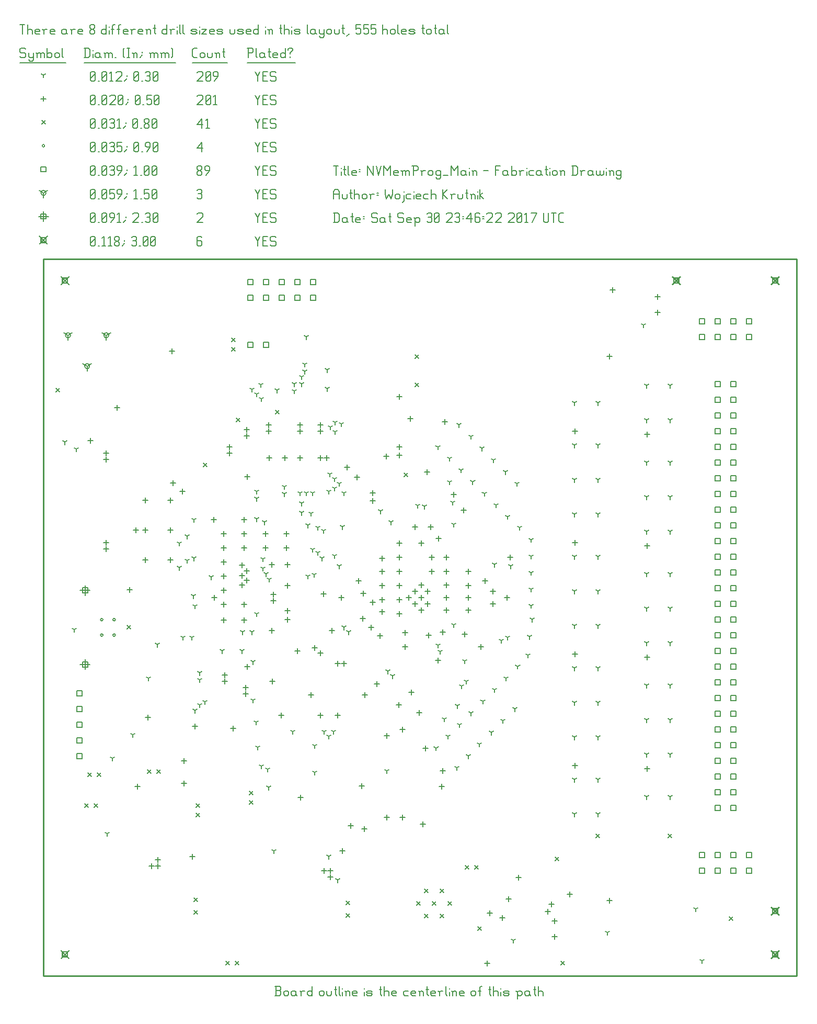
<source format=gbr>
G04 start of page 10 for group -3984 idx -3984 *
G04 Title: NVMemProg_Main, fab *
G04 Creator: pcb v4.0.0-ga246c150 *
G04 CreationDate: Sat Sep 30 23:46:22 2017 UTC *
G04 For: wojtek *
G04 Format: Gerber/RS-274X *
G04 PCB-Dimensions (mil): 4980.31 4606.30 *
G04 PCB-Coordinate-Origin: lower left *
%MOIN*%
%FSLAX25Y25*%
%LNFAB*%
%ADD90C,0.0100*%
%ADD89C,0.0075*%
%ADD88C,0.0060*%
%ADD87R,0.0080X0.0080*%
%ADD86C,0.0001*%
G54D86*G36*
X416151Y448911D02*X421517Y443545D01*
X420951Y442979D01*
X415585Y448345D01*
X416151Y448911D01*
G37*
G36*
X415585Y443545D02*X420951Y448911D01*
X421517Y448345D01*
X416151Y442979D01*
X415585Y443545D01*
G37*
G54D87*X416951Y447545D02*X420151D01*
X416951D02*Y444345D01*
X420151D01*
Y447545D02*Y444345D01*
G54D86*G36*
X26387Y448911D02*X31753Y443545D01*
X31187Y442979D01*
X25822Y448345D01*
X26387Y448911D01*
G37*
G36*
X25822Y443545D02*X31187Y448911D01*
X31753Y448345D01*
X26387Y442979D01*
X25822Y443545D01*
G37*
G54D87*X27187Y447545D02*X30387D01*
X27187D02*Y444345D01*
X30387D01*
Y447545D02*Y444345D01*
G54D86*G36*
X26387Y19777D02*X31753Y14411D01*
X31187Y13845D01*
X25822Y19211D01*
X26387Y19777D01*
G37*
G36*
X25822Y14411D02*X31187Y19777D01*
X31753Y19211D01*
X26387Y13845D01*
X25822Y14411D01*
G37*
G54D87*X27187Y18411D02*X30387D01*
X27187D02*Y15211D01*
X30387D01*
Y18411D02*Y15211D01*
G54D86*G36*
X479143Y19777D02*X484509Y14411D01*
X483943Y13845D01*
X478578Y19211D01*
X479143Y19777D01*
G37*
G36*
X478578Y14411D02*X483943Y19777D01*
X484509Y19211D01*
X479143Y13845D01*
X478578Y14411D01*
G37*
G54D87*X479943Y18411D02*X483143D01*
X479943D02*Y15211D01*
X483143D01*
Y18411D02*Y15211D01*
G54D86*G36*
X479143Y448911D02*X484509Y443545D01*
X483943Y442979D01*
X478578Y448345D01*
X479143Y448911D01*
G37*
G36*
X478578Y443545D02*X483943Y448911D01*
X484509Y448345D01*
X479143Y442979D01*
X478578Y443545D01*
G37*
G54D87*X479943Y447545D02*X483143D01*
X479943D02*Y444345D01*
X483143D01*
Y447545D02*Y444345D01*
G54D86*G36*
X479143Y47336D02*X484509Y41970D01*
X483943Y41404D01*
X478578Y46770D01*
X479143Y47336D01*
G37*
G36*
X478578Y41970D02*X483943Y47336D01*
X484509Y46770D01*
X479143Y41404D01*
X478578Y41970D01*
G37*
G54D87*X479943Y45970D02*X483143D01*
X479943D02*Y42770D01*
X483143D01*
Y45970D02*Y42770D01*
G54D86*G36*
X12600Y474846D02*X17966Y469480D01*
X17400Y468914D01*
X12034Y474280D01*
X12600Y474846D01*
G37*
G36*
X12034Y469480D02*X17400Y474846D01*
X17966Y474280D01*
X12600Y468914D01*
X12034Y469480D01*
G37*
G54D87*X13400Y473480D02*X16600D01*
X13400D02*Y470280D01*
X16600D01*
Y473480D02*Y470280D01*
G54D88*X150000Y474130D02*X151500Y471130D01*
X153000Y474130D01*
X151500Y471130D02*Y468130D01*
X154800Y471430D02*X157050D01*
X154800Y468130D02*X157800D01*
X154800Y474130D02*Y468130D01*
Y474130D02*X157800D01*
X162600D02*X163350Y473380D01*
X160350Y474130D02*X162600D01*
X159600Y473380D02*X160350Y474130D01*
X159600Y473380D02*Y471880D01*
X160350Y471130D01*
X162600D01*
X163350Y470380D01*
Y468880D01*
X162600Y468130D02*X163350Y468880D01*
X160350Y468130D02*X162600D01*
X159600Y468880D02*X160350Y468130D01*
X115250Y474130D02*X116000Y473380D01*
X113750Y474130D02*X115250D01*
X113000Y473380D02*X113750Y474130D01*
X113000Y473380D02*Y468880D01*
X113750Y468130D01*
X115250Y471430D02*X116000Y470680D01*
X113000Y471430D02*X115250D01*
X113750Y468130D02*X115250D01*
X116000Y468880D01*
Y470680D02*Y468880D01*
X45000D02*X45750Y468130D01*
X45000Y473380D02*Y468880D01*
Y473380D02*X45750Y474130D01*
X47250D01*
X48000Y473380D01*
Y468880D01*
X47250Y468130D02*X48000Y468880D01*
X45750Y468130D02*X47250D01*
X45000Y469630D02*X48000Y472630D01*
X49800Y468130D02*X50550D01*
X52350Y472930D02*X53550Y474130D01*
Y468130D01*
X52350D02*X54600D01*
X56400Y472930D02*X57600Y474130D01*
Y468130D01*
X56400D02*X58650D01*
X60450Y468880D02*X61200Y468130D01*
X60450Y470080D02*Y468880D01*
Y470080D02*X61500Y471130D01*
X62400D01*
X63450Y470080D01*
Y468880D01*
X62700Y468130D02*X63450Y468880D01*
X61200Y468130D02*X62700D01*
X60450Y472180D02*X61500Y471130D01*
X60450Y473380D02*Y472180D01*
Y473380D02*X61200Y474130D01*
X62700D01*
X63450Y473380D01*
Y472180D01*
X62400Y471130D02*X63450Y472180D01*
X65250Y468130D02*X66750Y469630D01*
Y471880D02*Y471130D01*
X71250Y473380D02*X72000Y474130D01*
X73500D01*
X74250Y473380D01*
X73500Y468130D02*X74250Y468880D01*
X72000Y468130D02*X73500D01*
X71250Y468880D02*X72000Y468130D01*
Y471430D02*X73500D01*
X74250Y473380D02*Y472180D01*
Y470680D02*Y468880D01*
Y470680D02*X73500Y471430D01*
X74250Y472180D02*X73500Y471430D01*
X76050Y468130D02*X76800D01*
X78600Y468880D02*X79350Y468130D01*
X78600Y473380D02*Y468880D01*
Y473380D02*X79350Y474130D01*
X80850D01*
X81600Y473380D01*
Y468880D01*
X80850Y468130D02*X81600Y468880D01*
X79350Y468130D02*X80850D01*
X78600Y469630D02*X81600Y472630D01*
X83400Y468880D02*X84150Y468130D01*
X83400Y473380D02*Y468880D01*
Y473380D02*X84150Y474130D01*
X85650D01*
X86400Y473380D01*
Y468880D01*
X85650Y468130D02*X86400Y468880D01*
X84150Y468130D02*X85650D01*
X83400Y469630D02*X86400Y472630D01*
X41543Y251901D02*Y245501D01*
X38343Y248701D02*X44743D01*
X39943Y250301D02*X43143D01*
X39943D02*Y247101D01*
X43143D01*
Y250301D02*Y247101D01*
X41543Y204657D02*Y198257D01*
X38343Y201457D02*X44743D01*
X39943Y203057D02*X43143D01*
X39943D02*Y199857D01*
X43143D01*
Y203057D02*Y199857D01*
X15000Y490080D02*Y483680D01*
X11800Y486880D02*X18200D01*
X13400Y488480D02*X16600D01*
X13400D02*Y485280D01*
X16600D01*
Y488480D02*Y485280D01*
X150000Y489130D02*X151500Y486130D01*
X153000Y489130D01*
X151500Y486130D02*Y483130D01*
X154800Y486430D02*X157050D01*
X154800Y483130D02*X157800D01*
X154800Y489130D02*Y483130D01*
Y489130D02*X157800D01*
X162600D02*X163350Y488380D01*
X160350Y489130D02*X162600D01*
X159600Y488380D02*X160350Y489130D01*
X159600Y488380D02*Y486880D01*
X160350Y486130D01*
X162600D01*
X163350Y485380D01*
Y483880D01*
X162600Y483130D02*X163350Y483880D01*
X160350Y483130D02*X162600D01*
X159600Y483880D02*X160350Y483130D01*
X113000Y488380D02*X113750Y489130D01*
X116000D01*
X116750Y488380D01*
Y486880D01*
X113000Y483130D02*X116750Y486880D01*
X113000Y483130D02*X116750D01*
X45000Y483880D02*X45750Y483130D01*
X45000Y488380D02*Y483880D01*
Y488380D02*X45750Y489130D01*
X47250D01*
X48000Y488380D01*
Y483880D01*
X47250Y483130D02*X48000Y483880D01*
X45750Y483130D02*X47250D01*
X45000Y484630D02*X48000Y487630D01*
X49800Y483130D02*X50550D01*
X52350Y483880D02*X53100Y483130D01*
X52350Y488380D02*Y483880D01*
Y488380D02*X53100Y489130D01*
X54600D01*
X55350Y488380D01*
Y483880D01*
X54600Y483130D02*X55350Y483880D01*
X53100Y483130D02*X54600D01*
X52350Y484630D02*X55350Y487630D01*
X57900Y483130D02*X60150Y486130D01*
Y488380D02*Y486130D01*
X59400Y489130D02*X60150Y488380D01*
X57900Y489130D02*X59400D01*
X57150Y488380D02*X57900Y489130D01*
X57150Y488380D02*Y486880D01*
X57900Y486130D01*
X60150D01*
X61950Y487930D02*X63150Y489130D01*
Y483130D01*
X61950D02*X64200D01*
X66000D02*X67500Y484630D01*
Y486880D02*Y486130D01*
X72000Y488380D02*X72750Y489130D01*
X75000D01*
X75750Y488380D01*
Y486880D01*
X72000Y483130D02*X75750Y486880D01*
X72000Y483130D02*X75750D01*
X77550D02*X78300D01*
X80100Y488380D02*X80850Y489130D01*
X82350D01*
X83100Y488380D01*
X82350Y483130D02*X83100Y483880D01*
X80850Y483130D02*X82350D01*
X80100Y483880D02*X80850Y483130D01*
Y486430D02*X82350D01*
X83100Y488380D02*Y487180D01*
Y485680D02*Y483880D01*
Y485680D02*X82350Y486430D01*
X83100Y487180D02*X82350Y486430D01*
X84900Y483880D02*X85650Y483130D01*
X84900Y488380D02*Y483880D01*
Y488380D02*X85650Y489130D01*
X87150D01*
X87900Y488380D01*
Y483880D01*
X87150Y483130D02*X87900Y483880D01*
X85650Y483130D02*X87150D01*
X84900Y484630D02*X87900Y487630D01*
X30638Y411157D02*Y407957D01*
Y411157D02*X33411Y412757D01*
X30638Y411157D02*X27864Y412757D01*
X29038Y411157D02*G75*G03X32238Y411157I1600J0D01*G01*
G75*G03X29038Y411157I-1600J0D01*G01*
X55047D02*Y407957D01*
Y411157D02*X57821Y412757D01*
X55047Y411157D02*X52274Y412757D01*
X53447Y411157D02*G75*G03X56647Y411157I1600J0D01*G01*
G75*G03X53447Y411157I-1600J0D01*G01*
X42843Y391472D02*Y388272D01*
Y391472D02*X45616Y393072D01*
X42843Y391472D02*X40069Y393072D01*
X41243Y391472D02*G75*G03X44443Y391472I1600J0D01*G01*
G75*G03X41243Y391472I-1600J0D01*G01*
X15000Y501880D02*Y498680D01*
Y501880D02*X17773Y503480D01*
X15000Y501880D02*X12227Y503480D01*
X13400Y501880D02*G75*G03X16600Y501880I1600J0D01*G01*
G75*G03X13400Y501880I-1600J0D01*G01*
X150000Y504130D02*X151500Y501130D01*
X153000Y504130D01*
X151500Y501130D02*Y498130D01*
X154800Y501430D02*X157050D01*
X154800Y498130D02*X157800D01*
X154800Y504130D02*Y498130D01*
Y504130D02*X157800D01*
X162600D02*X163350Y503380D01*
X160350Y504130D02*X162600D01*
X159600Y503380D02*X160350Y504130D01*
X159600Y503380D02*Y501880D01*
X160350Y501130D01*
X162600D01*
X163350Y500380D01*
Y498880D01*
X162600Y498130D02*X163350Y498880D01*
X160350Y498130D02*X162600D01*
X159600Y498880D02*X160350Y498130D01*
X113000Y503380D02*X113750Y504130D01*
X115250D01*
X116000Y503380D01*
X115250Y498130D02*X116000Y498880D01*
X113750Y498130D02*X115250D01*
X113000Y498880D02*X113750Y498130D01*
Y501430D02*X115250D01*
X116000Y503380D02*Y502180D01*
Y500680D02*Y498880D01*
Y500680D02*X115250Y501430D01*
X116000Y502180D02*X115250Y501430D01*
X45000Y498880D02*X45750Y498130D01*
X45000Y503380D02*Y498880D01*
Y503380D02*X45750Y504130D01*
X47250D01*
X48000Y503380D01*
Y498880D01*
X47250Y498130D02*X48000Y498880D01*
X45750Y498130D02*X47250D01*
X45000Y499630D02*X48000Y502630D01*
X49800Y498130D02*X50550D01*
X52350Y498880D02*X53100Y498130D01*
X52350Y503380D02*Y498880D01*
Y503380D02*X53100Y504130D01*
X54600D01*
X55350Y503380D01*
Y498880D01*
X54600Y498130D02*X55350Y498880D01*
X53100Y498130D02*X54600D01*
X52350Y499630D02*X55350Y502630D01*
X57150Y504130D02*X60150D01*
X57150D02*Y501130D01*
X57900Y501880D01*
X59400D01*
X60150Y501130D01*
Y498880D01*
X59400Y498130D02*X60150Y498880D01*
X57900Y498130D02*X59400D01*
X57150Y498880D02*X57900Y498130D01*
X62700D02*X64950Y501130D01*
Y503380D02*Y501130D01*
X64200Y504130D02*X64950Y503380D01*
X62700Y504130D02*X64200D01*
X61950Y503380D02*X62700Y504130D01*
X61950Y503380D02*Y501880D01*
X62700Y501130D01*
X64950D01*
X66750Y498130D02*X68250Y499630D01*
Y501880D02*Y501130D01*
X72750Y502930D02*X73950Y504130D01*
Y498130D01*
X72750D02*X75000D01*
X76800D02*X77550D01*
X79350Y504130D02*X82350D01*
X79350D02*Y501130D01*
X80100Y501880D01*
X81600D01*
X82350Y501130D01*
Y498880D01*
X81600Y498130D02*X82350Y498880D01*
X80100Y498130D02*X81600D01*
X79350Y498880D02*X80100Y498130D01*
X84150Y498880D02*X84900Y498130D01*
X84150Y503380D02*Y498880D01*
Y503380D02*X84900Y504130D01*
X86400D01*
X87150Y503380D01*
Y498880D01*
X86400Y498130D02*X87150Y498880D01*
X84900Y498130D02*X86400D01*
X84150Y499630D02*X87150Y502630D01*
X433447Y411757D02*X436647D01*
X433447D02*Y408557D01*
X436647D01*
Y411757D02*Y408557D01*
X433447Y421757D02*X436647D01*
X433447D02*Y418557D01*
X436647D01*
Y421757D02*Y418557D01*
X443447Y411757D02*X446647D01*
X443447D02*Y408557D01*
X446647D01*
Y411757D02*Y408557D01*
X443447Y421757D02*X446647D01*
X443447D02*Y418557D01*
X446647D01*
Y421757D02*Y418557D01*
X453447Y411757D02*X456647D01*
X453447D02*Y408557D01*
X456647D01*
Y411757D02*Y408557D01*
X453447Y421757D02*X456647D01*
X453447D02*Y418557D01*
X456647D01*
Y421757D02*Y418557D01*
X463447Y411757D02*X466647D01*
X463447D02*Y408557D01*
X466647D01*
Y411757D02*Y408557D01*
X463447Y421757D02*X466647D01*
X463447D02*Y418557D01*
X466647D01*
Y421757D02*Y418557D01*
X433447Y71757D02*X436647D01*
X433447D02*Y68557D01*
X436647D01*
Y71757D02*Y68557D01*
X433447Y81757D02*X436647D01*
X433447D02*Y78557D01*
X436647D01*
Y81757D02*Y78557D01*
X443447Y71757D02*X446647D01*
X443447D02*Y68557D01*
X446647D01*
Y71757D02*Y68557D01*
X443447Y81757D02*X446647D01*
X443447D02*Y78557D01*
X446647D01*
Y81757D02*Y78557D01*
X453447Y71757D02*X456647D01*
X453447D02*Y68557D01*
X456647D01*
Y71757D02*Y68557D01*
X453447Y81757D02*X456647D01*
X453447D02*Y78557D01*
X456647D01*
Y81757D02*Y78557D01*
X463447Y71757D02*X466647D01*
X463447D02*Y68557D01*
X466647D01*
Y71757D02*Y68557D01*
X463447Y81757D02*X466647D01*
X463447D02*Y78557D01*
X466647D01*
Y81757D02*Y78557D01*
X453447Y381757D02*X456647D01*
X453447D02*Y378557D01*
X456647D01*
Y381757D02*Y378557D01*
X453447Y371757D02*X456647D01*
X453447D02*Y368557D01*
X456647D01*
Y371757D02*Y368557D01*
X453447Y361757D02*X456647D01*
X453447D02*Y358557D01*
X456647D01*
Y361757D02*Y358557D01*
X453447Y351757D02*X456647D01*
X453447D02*Y348557D01*
X456647D01*
Y351757D02*Y348557D01*
X453447Y341757D02*X456647D01*
X453447D02*Y338557D01*
X456647D01*
Y341757D02*Y338557D01*
X453447Y331757D02*X456647D01*
X453447D02*Y328557D01*
X456647D01*
Y331757D02*Y328557D01*
X453447Y321757D02*X456647D01*
X453447D02*Y318557D01*
X456647D01*
Y321757D02*Y318557D01*
X453447Y311757D02*X456647D01*
X453447D02*Y308557D01*
X456647D01*
Y311757D02*Y308557D01*
X453447Y301757D02*X456647D01*
X453447D02*Y298557D01*
X456647D01*
Y301757D02*Y298557D01*
X453447Y291757D02*X456647D01*
X453447D02*Y288557D01*
X456647D01*
Y291757D02*Y288557D01*
X453447Y281757D02*X456647D01*
X453447D02*Y278557D01*
X456647D01*
Y281757D02*Y278557D01*
X453447Y271757D02*X456647D01*
X453447D02*Y268557D01*
X456647D01*
Y271757D02*Y268557D01*
X453447Y261757D02*X456647D01*
X453447D02*Y258557D01*
X456647D01*
Y261757D02*Y258557D01*
X453447Y251757D02*X456647D01*
X453447D02*Y248557D01*
X456647D01*
Y251757D02*Y248557D01*
X453447Y241757D02*X456647D01*
X453447D02*Y238557D01*
X456647D01*
Y241757D02*Y238557D01*
X453447Y231757D02*X456647D01*
X453447D02*Y228557D01*
X456647D01*
Y231757D02*Y228557D01*
X453447Y221757D02*X456647D01*
X453447D02*Y218557D01*
X456647D01*
Y221757D02*Y218557D01*
X453447Y211757D02*X456647D01*
X453447D02*Y208557D01*
X456647D01*
Y211757D02*Y208557D01*
X453447Y201757D02*X456647D01*
X453447D02*Y198557D01*
X456647D01*
Y201757D02*Y198557D01*
X453447Y191757D02*X456647D01*
X453447D02*Y188557D01*
X456647D01*
Y191757D02*Y188557D01*
X453447Y181757D02*X456647D01*
X453447D02*Y178557D01*
X456647D01*
Y181757D02*Y178557D01*
X453447Y171757D02*X456647D01*
X453447D02*Y168557D01*
X456647D01*
Y171757D02*Y168557D01*
X453447Y161757D02*X456647D01*
X453447D02*Y158557D01*
X456647D01*
Y161757D02*Y158557D01*
X453447Y151757D02*X456647D01*
X453447D02*Y148557D01*
X456647D01*
Y151757D02*Y148557D01*
X453447Y141757D02*X456647D01*
X453447D02*Y138557D01*
X456647D01*
Y141757D02*Y138557D01*
X453447Y131757D02*X456647D01*
X453447D02*Y128557D01*
X456647D01*
Y131757D02*Y128557D01*
X453447Y121757D02*X456647D01*
X453447D02*Y118557D01*
X456647D01*
Y121757D02*Y118557D01*
X453447Y111757D02*X456647D01*
X453447D02*Y108557D01*
X456647D01*
Y111757D02*Y108557D01*
X443447Y241757D02*X446647D01*
X443447D02*Y238557D01*
X446647D01*
Y241757D02*Y238557D01*
X443447Y231757D02*X446647D01*
X443447D02*Y228557D01*
X446647D01*
Y231757D02*Y228557D01*
X443447Y221757D02*X446647D01*
X443447D02*Y218557D01*
X446647D01*
Y221757D02*Y218557D01*
X443447Y211757D02*X446647D01*
X443447D02*Y208557D01*
X446647D01*
Y211757D02*Y208557D01*
X443447Y201757D02*X446647D01*
X443447D02*Y198557D01*
X446647D01*
Y201757D02*Y198557D01*
X443447Y191757D02*X446647D01*
X443447D02*Y188557D01*
X446647D01*
Y191757D02*Y188557D01*
X443447Y181757D02*X446647D01*
X443447D02*Y178557D01*
X446647D01*
Y181757D02*Y178557D01*
X443447Y171757D02*X446647D01*
X443447D02*Y168557D01*
X446647D01*
Y171757D02*Y168557D01*
X443447Y161757D02*X446647D01*
X443447D02*Y158557D01*
X446647D01*
Y161757D02*Y158557D01*
X443447Y151757D02*X446647D01*
X443447D02*Y148557D01*
X446647D01*
Y151757D02*Y148557D01*
X443447Y141757D02*X446647D01*
X443447D02*Y138557D01*
X446647D01*
Y141757D02*Y138557D01*
X443447Y131757D02*X446647D01*
X443447D02*Y128557D01*
X446647D01*
Y131757D02*Y128557D01*
X443447Y121757D02*X446647D01*
X443447D02*Y118557D01*
X446647D01*
Y121757D02*Y118557D01*
X443447Y111757D02*X446647D01*
X443447D02*Y108557D01*
X446647D01*
Y111757D02*Y108557D01*
X443447Y381757D02*X446647D01*
X443447D02*Y378557D01*
X446647D01*
Y381757D02*Y378557D01*
X443447Y371757D02*X446647D01*
X443447D02*Y368557D01*
X446647D01*
Y371757D02*Y368557D01*
X443447Y361757D02*X446647D01*
X443447D02*Y358557D01*
X446647D01*
Y361757D02*Y358557D01*
X443447Y351757D02*X446647D01*
X443447D02*Y348557D01*
X446647D01*
Y351757D02*Y348557D01*
X443447Y341757D02*X446647D01*
X443447D02*Y338557D01*
X446647D01*
Y341757D02*Y338557D01*
X443447Y331757D02*X446647D01*
X443447D02*Y328557D01*
X446647D01*
Y331757D02*Y328557D01*
X443447Y321757D02*X446647D01*
X443447D02*Y318557D01*
X446647D01*
Y321757D02*Y318557D01*
X443447Y311757D02*X446647D01*
X443447D02*Y308557D01*
X446647D01*
Y311757D02*Y308557D01*
X443447Y301757D02*X446647D01*
X443447D02*Y298557D01*
X446647D01*
Y301757D02*Y298557D01*
X443447Y291757D02*X446647D01*
X443447D02*Y288557D01*
X446647D01*
Y291757D02*Y288557D01*
X443447Y281757D02*X446647D01*
X443447D02*Y278557D01*
X446647D01*
Y281757D02*Y278557D01*
X443447Y271757D02*X446647D01*
X443447D02*Y268557D01*
X446647D01*
Y271757D02*Y268557D01*
X443447Y261757D02*X446647D01*
X443447D02*Y258557D01*
X446647D01*
Y261757D02*Y258557D01*
X443447Y251757D02*X446647D01*
X443447D02*Y248557D01*
X446647D01*
Y251757D02*Y248557D01*
X36447Y144757D02*X39647D01*
X36447D02*Y141557D01*
X39647D01*
Y144757D02*Y141557D01*
X36447Y154757D02*X39647D01*
X36447D02*Y151557D01*
X39647D01*
Y154757D02*Y151557D01*
X36447Y164757D02*X39647D01*
X36447D02*Y161557D01*
X39647D01*
Y164757D02*Y161557D01*
X36447Y174757D02*X39647D01*
X36447D02*Y171557D01*
X39647D01*
Y174757D02*Y171557D01*
X36447Y184757D02*X39647D01*
X36447D02*Y181557D01*
X39647D01*
Y184757D02*Y181557D01*
X145447Y406757D02*X148647D01*
X145447D02*Y403557D01*
X148647D01*
Y406757D02*Y403557D01*
X155447Y406757D02*X158647D01*
X155447D02*Y403557D01*
X158647D01*
Y406757D02*Y403557D01*
X145447Y436757D02*X148647D01*
X145447D02*Y433557D01*
X148647D01*
Y436757D02*Y433557D01*
X145447Y446757D02*X148647D01*
X145447D02*Y443557D01*
X148647D01*
Y446757D02*Y443557D01*
X155447Y436757D02*X158647D01*
X155447D02*Y433557D01*
X158647D01*
Y436757D02*Y433557D01*
X155447Y446757D02*X158647D01*
X155447D02*Y443557D01*
X158647D01*
Y446757D02*Y443557D01*
X165447Y436757D02*X168647D01*
X165447D02*Y433557D01*
X168647D01*
Y436757D02*Y433557D01*
X165447Y446757D02*X168647D01*
X165447D02*Y443557D01*
X168647D01*
Y446757D02*Y443557D01*
X175447Y436757D02*X178647D01*
X175447D02*Y433557D01*
X178647D01*
Y436757D02*Y433557D01*
X175447Y446757D02*X178647D01*
X175447D02*Y443557D01*
X178647D01*
Y446757D02*Y443557D01*
X185447Y436757D02*X188647D01*
X185447D02*Y433557D01*
X188647D01*
Y436757D02*Y433557D01*
X185447Y446757D02*X188647D01*
X185447D02*Y443557D01*
X188647D01*
Y446757D02*Y443557D01*
X13400Y518480D02*X16600D01*
X13400D02*Y515280D01*
X16600D01*
Y518480D02*Y515280D01*
X150000Y519130D02*X151500Y516130D01*
X153000Y519130D01*
X151500Y516130D02*Y513130D01*
X154800Y516430D02*X157050D01*
X154800Y513130D02*X157800D01*
X154800Y519130D02*Y513130D01*
Y519130D02*X157800D01*
X162600D02*X163350Y518380D01*
X160350Y519130D02*X162600D01*
X159600Y518380D02*X160350Y519130D01*
X159600Y518380D02*Y516880D01*
X160350Y516130D01*
X162600D01*
X163350Y515380D01*
Y513880D01*
X162600Y513130D02*X163350Y513880D01*
X160350Y513130D02*X162600D01*
X159600Y513880D02*X160350Y513130D01*
X113000Y513880D02*X113750Y513130D01*
X113000Y515080D02*Y513880D01*
Y515080D02*X114050Y516130D01*
X114950D01*
X116000Y515080D01*
Y513880D01*
X115250Y513130D02*X116000Y513880D01*
X113750Y513130D02*X115250D01*
X113000Y517180D02*X114050Y516130D01*
X113000Y518380D02*Y517180D01*
Y518380D02*X113750Y519130D01*
X115250D01*
X116000Y518380D01*
Y517180D01*
X114950Y516130D02*X116000Y517180D01*
X118550Y513130D02*X120800Y516130D01*
Y518380D02*Y516130D01*
X120050Y519130D02*X120800Y518380D01*
X118550Y519130D02*X120050D01*
X117800Y518380D02*X118550Y519130D01*
X117800Y518380D02*Y516880D01*
X118550Y516130D01*
X120800D01*
X45000Y513880D02*X45750Y513130D01*
X45000Y518380D02*Y513880D01*
Y518380D02*X45750Y519130D01*
X47250D01*
X48000Y518380D01*
Y513880D01*
X47250Y513130D02*X48000Y513880D01*
X45750Y513130D02*X47250D01*
X45000Y514630D02*X48000Y517630D01*
X49800Y513130D02*X50550D01*
X52350Y513880D02*X53100Y513130D01*
X52350Y518380D02*Y513880D01*
Y518380D02*X53100Y519130D01*
X54600D01*
X55350Y518380D01*
Y513880D01*
X54600Y513130D02*X55350Y513880D01*
X53100Y513130D02*X54600D01*
X52350Y514630D02*X55350Y517630D01*
X57150Y518380D02*X57900Y519130D01*
X59400D01*
X60150Y518380D01*
X59400Y513130D02*X60150Y513880D01*
X57900Y513130D02*X59400D01*
X57150Y513880D02*X57900Y513130D01*
Y516430D02*X59400D01*
X60150Y518380D02*Y517180D01*
Y515680D02*Y513880D01*
Y515680D02*X59400Y516430D01*
X60150Y517180D02*X59400Y516430D01*
X62700Y513130D02*X64950Y516130D01*
Y518380D02*Y516130D01*
X64200Y519130D02*X64950Y518380D01*
X62700Y519130D02*X64200D01*
X61950Y518380D02*X62700Y519130D01*
X61950Y518380D02*Y516880D01*
X62700Y516130D01*
X64950D01*
X66750Y513130D02*X68250Y514630D01*
Y516880D02*Y516130D01*
X72750Y517930D02*X73950Y519130D01*
Y513130D01*
X72750D02*X75000D01*
X76800D02*X77550D01*
X79350Y513880D02*X80100Y513130D01*
X79350Y518380D02*Y513880D01*
Y518380D02*X80100Y519130D01*
X81600D01*
X82350Y518380D01*
Y513880D01*
X81600Y513130D02*X82350Y513880D01*
X80100Y513130D02*X81600D01*
X79350Y514630D02*X82350Y517630D01*
X84150Y513880D02*X84900Y513130D01*
X84150Y518380D02*Y513880D01*
Y518380D02*X84900Y519130D01*
X86400D01*
X87150Y518380D01*
Y513880D01*
X86400Y513130D02*X87150Y513880D01*
X84900Y513130D02*X86400D01*
X84150Y514630D02*X87150Y517630D01*
X59247Y220157D02*G75*G03X60847Y220157I800J0D01*G01*
G75*G03X59247Y220157I-800J0D01*G01*
Y230000D02*G75*G03X60847Y230000I800J0D01*G01*
G75*G03X59247Y230000I-800J0D01*G01*
X51373D02*G75*G03X52973Y230000I800J0D01*G01*
G75*G03X51373Y230000I-800J0D01*G01*
Y220157D02*G75*G03X52973Y220157I800J0D01*G01*
G75*G03X51373Y220157I-800J0D01*G01*
X14200Y531880D02*G75*G03X15800Y531880I800J0D01*G01*
G75*G03X14200Y531880I-800J0D01*G01*
X150000Y534130D02*X151500Y531130D01*
X153000Y534130D01*
X151500Y531130D02*Y528130D01*
X154800Y531430D02*X157050D01*
X154800Y528130D02*X157800D01*
X154800Y534130D02*Y528130D01*
Y534130D02*X157800D01*
X162600D02*X163350Y533380D01*
X160350Y534130D02*X162600D01*
X159600Y533380D02*X160350Y534130D01*
X159600Y533380D02*Y531880D01*
X160350Y531130D01*
X162600D01*
X163350Y530380D01*
Y528880D01*
X162600Y528130D02*X163350Y528880D01*
X160350Y528130D02*X162600D01*
X159600Y528880D02*X160350Y528130D01*
X113000Y530380D02*X116000Y534130D01*
X113000Y530380D02*X116750D01*
X116000Y534130D02*Y528130D01*
X45000Y528880D02*X45750Y528130D01*
X45000Y533380D02*Y528880D01*
Y533380D02*X45750Y534130D01*
X47250D01*
X48000Y533380D01*
Y528880D01*
X47250Y528130D02*X48000Y528880D01*
X45750Y528130D02*X47250D01*
X45000Y529630D02*X48000Y532630D01*
X49800Y528130D02*X50550D01*
X52350Y528880D02*X53100Y528130D01*
X52350Y533380D02*Y528880D01*
Y533380D02*X53100Y534130D01*
X54600D01*
X55350Y533380D01*
Y528880D01*
X54600Y528130D02*X55350Y528880D01*
X53100Y528130D02*X54600D01*
X52350Y529630D02*X55350Y532630D01*
X57150Y533380D02*X57900Y534130D01*
X59400D01*
X60150Y533380D01*
X59400Y528130D02*X60150Y528880D01*
X57900Y528130D02*X59400D01*
X57150Y528880D02*X57900Y528130D01*
Y531430D02*X59400D01*
X60150Y533380D02*Y532180D01*
Y530680D02*Y528880D01*
Y530680D02*X59400Y531430D01*
X60150Y532180D02*X59400Y531430D01*
X61950Y534130D02*X64950D01*
X61950D02*Y531130D01*
X62700Y531880D01*
X64200D01*
X64950Y531130D01*
Y528880D01*
X64200Y528130D02*X64950Y528880D01*
X62700Y528130D02*X64200D01*
X61950Y528880D02*X62700Y528130D01*
X66750D02*X68250Y529630D01*
Y531880D02*Y531130D01*
X72750Y528880D02*X73500Y528130D01*
X72750Y533380D02*Y528880D01*
Y533380D02*X73500Y534130D01*
X75000D01*
X75750Y533380D01*
Y528880D01*
X75000Y528130D02*X75750Y528880D01*
X73500Y528130D02*X75000D01*
X72750Y529630D02*X75750Y532630D01*
X77550Y528130D02*X78300D01*
X80850D02*X83100Y531130D01*
Y533380D02*Y531130D01*
X82350Y534130D02*X83100Y533380D01*
X80850Y534130D02*X82350D01*
X80100Y533380D02*X80850Y534130D01*
X80100Y533380D02*Y531880D01*
X80850Y531130D01*
X83100D01*
X84900Y528880D02*X85650Y528130D01*
X84900Y533380D02*Y528880D01*
Y533380D02*X85650Y534130D01*
X87150D01*
X87900Y533380D01*
Y528880D01*
X87150Y528130D02*X87900Y528880D01*
X85650Y528130D02*X87150D01*
X84900Y529630D02*X87900Y532630D01*
X68347Y226357D02*X70747Y223957D01*
X68347D02*X70747Y226357D01*
X22847Y377357D02*X25247Y374957D01*
X22847D02*X25247Y377357D01*
X134847Y403357D02*X137247Y400957D01*
X134847D02*X137247Y403357D01*
X134847Y409357D02*X137247Y406957D01*
X134847D02*X137247Y409357D01*
X137847Y358357D02*X140247Y355957D01*
X137847D02*X140247Y358357D01*
X116847Y329857D02*X119247Y327457D01*
X116847D02*X119247Y329857D01*
X162847Y363357D02*X165247Y360957D01*
X162847D02*X165247Y363357D01*
X244847Y323357D02*X247247Y320957D01*
X244847D02*X247247Y323357D01*
X251847Y380857D02*X254247Y378457D01*
X251847D02*X254247Y380857D01*
X251847Y398857D02*X254247Y396457D01*
X251847D02*X254247Y398857D01*
X367347Y93357D02*X369747Y90957D01*
X367347D02*X369747Y93357D01*
X413347D02*X415747Y90957D01*
X413347D02*X415747Y93357D01*
X131347Y12357D02*X133747Y9957D01*
X131347D02*X133747Y12357D01*
X137347D02*X139747Y9957D01*
X137347D02*X139747Y12357D01*
X344847D02*X347247Y9957D01*
X344847D02*X347247Y12357D01*
X283847Y73357D02*X286247Y70957D01*
X283847D02*X286247Y73357D01*
X289847D02*X292247Y70957D01*
X289847D02*X292247Y73357D01*
X341347Y78857D02*X343747Y76457D01*
X341347D02*X343747Y78857D01*
X452347Y40857D02*X454747Y38457D01*
X452347D02*X454747Y40857D01*
X291847Y34357D02*X294247Y31957D01*
X291847D02*X294247Y34357D01*
X49347Y132357D02*X51747Y129957D01*
X49347D02*X51747Y132357D01*
X43347D02*X45747Y129957D01*
X43347D02*X45747Y132357D01*
X87347Y134357D02*X89747Y131957D01*
X87347D02*X89747Y134357D01*
X81347D02*X83747Y131957D01*
X81347D02*X83747Y134357D01*
X41347Y112857D02*X43747Y110457D01*
X41347D02*X43747Y112857D01*
X47347D02*X49747Y110457D01*
X47347D02*X49747Y112857D01*
X112347D02*X114747Y110457D01*
X112347D02*X114747Y112857D01*
X112347Y106857D02*X114747Y104457D01*
X112347D02*X114747Y106857D01*
X146347Y114857D02*X148747Y112457D01*
X146347D02*X148747Y114857D01*
X146347Y120857D02*X148747Y118457D01*
X146347D02*X148747Y120857D01*
X110847Y44857D02*X113247Y42457D01*
X110847D02*X113247Y44857D01*
X110847Y52857D02*X113247Y50457D01*
X110847D02*X113247Y52857D01*
X207847Y50857D02*X210247Y48457D01*
X207847D02*X210247Y50857D01*
X207847Y42857D02*X210247Y40457D01*
X207847D02*X210247Y42857D01*
X252847Y50357D02*X255247Y47957D01*
X252847D02*X255247Y50357D01*
X262847D02*X265247Y47957D01*
X262847D02*X265247Y50357D01*
X272847D02*X275247Y47957D01*
X272847D02*X275247Y50357D01*
X257847Y42357D02*X260247Y39957D01*
X257847D02*X260247Y42357D01*
X267847D02*X270247Y39957D01*
X267847D02*X270247Y42357D01*
X257847Y58357D02*X260247Y55957D01*
X257847D02*X260247Y58357D01*
X267847D02*X270247Y55957D01*
X267847D02*X270247Y58357D01*
X13800Y548080D02*X16200Y545680D01*
X13800D02*X16200Y548080D01*
X150000Y549130D02*X151500Y546130D01*
X153000Y549130D01*
X151500Y546130D02*Y543130D01*
X154800Y546430D02*X157050D01*
X154800Y543130D02*X157800D01*
X154800Y549130D02*Y543130D01*
Y549130D02*X157800D01*
X162600D02*X163350Y548380D01*
X160350Y549130D02*X162600D01*
X159600Y548380D02*X160350Y549130D01*
X159600Y548380D02*Y546880D01*
X160350Y546130D01*
X162600D01*
X163350Y545380D01*
Y543880D01*
X162600Y543130D02*X163350Y543880D01*
X160350Y543130D02*X162600D01*
X159600Y543880D02*X160350Y543130D01*
X113000Y545380D02*X116000Y549130D01*
X113000Y545380D02*X116750D01*
X116000Y549130D02*Y543130D01*
X118550Y547930D02*X119750Y549130D01*
Y543130D01*
X118550D02*X120800D01*
X45000Y543880D02*X45750Y543130D01*
X45000Y548380D02*Y543880D01*
Y548380D02*X45750Y549130D01*
X47250D01*
X48000Y548380D01*
Y543880D01*
X47250Y543130D02*X48000Y543880D01*
X45750Y543130D02*X47250D01*
X45000Y544630D02*X48000Y547630D01*
X49800Y543130D02*X50550D01*
X52350Y543880D02*X53100Y543130D01*
X52350Y548380D02*Y543880D01*
Y548380D02*X53100Y549130D01*
X54600D01*
X55350Y548380D01*
Y543880D01*
X54600Y543130D02*X55350Y543880D01*
X53100Y543130D02*X54600D01*
X52350Y544630D02*X55350Y547630D01*
X57150Y548380D02*X57900Y549130D01*
X59400D01*
X60150Y548380D01*
X59400Y543130D02*X60150Y543880D01*
X57900Y543130D02*X59400D01*
X57150Y543880D02*X57900Y543130D01*
Y546430D02*X59400D01*
X60150Y548380D02*Y547180D01*
Y545680D02*Y543880D01*
Y545680D02*X59400Y546430D01*
X60150Y547180D02*X59400Y546430D01*
X61950Y547930D02*X63150Y549130D01*
Y543130D01*
X61950D02*X64200D01*
X66000D02*X67500Y544630D01*
Y546880D02*Y546130D01*
X72000Y543880D02*X72750Y543130D01*
X72000Y548380D02*Y543880D01*
Y548380D02*X72750Y549130D01*
X74250D01*
X75000Y548380D01*
Y543880D01*
X74250Y543130D02*X75000Y543880D01*
X72750Y543130D02*X74250D01*
X72000Y544630D02*X75000Y547630D01*
X76800Y543130D02*X77550D01*
X79350Y543880D02*X80100Y543130D01*
X79350Y545080D02*Y543880D01*
Y545080D02*X80400Y546130D01*
X81300D01*
X82350Y545080D01*
Y543880D01*
X81600Y543130D02*X82350Y543880D01*
X80100Y543130D02*X81600D01*
X79350Y547180D02*X80400Y546130D01*
X79350Y548380D02*Y547180D01*
Y548380D02*X80100Y549130D01*
X81600D01*
X82350Y548380D01*
Y547180D01*
X81300Y546130D02*X82350Y547180D01*
X84150Y543880D02*X84900Y543130D01*
X84150Y548380D02*Y543880D01*
Y548380D02*X84900Y549130D01*
X86400D01*
X87150Y548380D01*
Y543880D01*
X86400Y543130D02*X87150Y543880D01*
X84900Y543130D02*X86400D01*
X84150Y544630D02*X87150Y547630D01*
X354047Y351757D02*Y348557D01*
X352447Y350157D02*X355647D01*
X354047Y280757D02*Y277557D01*
X352447Y279157D02*X355647D01*
X354047Y209757D02*Y206557D01*
X352447Y208157D02*X355647D01*
X354047Y138757D02*Y135557D01*
X352447Y137157D02*X355647D01*
X400047Y136757D02*Y133557D01*
X398447Y135157D02*X401647D01*
X400047Y207757D02*Y204557D01*
X398447Y206157D02*X401647D01*
X400047Y278757D02*Y275557D01*
X398447Y277157D02*X401647D01*
X400047Y349757D02*Y346557D01*
X398447Y348157D02*X401647D01*
X283047Y301257D02*Y298057D01*
X281447Y299657D02*X284647D01*
X312547Y271257D02*Y268057D01*
X310947Y269657D02*X314147D01*
X199047Y224757D02*Y221557D01*
X197447Y223157D02*X200647D01*
X296547Y256257D02*Y253057D01*
X294947Y254657D02*X298147D01*
X188047Y213757D02*Y210557D01*
X186447Y212157D02*X189647D01*
X218547Y232257D02*Y229057D01*
X216947Y230657D02*X220147D01*
X227547Y190757D02*Y187557D01*
X225947Y189157D02*X229147D01*
X123547Y295257D02*Y292057D01*
X121947Y293657D02*X125147D01*
X74047Y288757D02*Y285557D01*
X72447Y287157D02*X75647D01*
X283547Y222257D02*Y219057D01*
X281947Y220657D02*X285147D01*
X266547Y205757D02*Y202557D01*
X264947Y204157D02*X268147D01*
X294047Y214257D02*Y211057D01*
X292447Y212657D02*X295647D01*
X97547Y318757D02*Y315557D01*
X95947Y317157D02*X99147D01*
X103547Y313257D02*Y310057D01*
X101947Y311657D02*X105147D01*
X70047Y250757D02*Y247557D01*
X68447Y249157D02*X71647D01*
X45047Y345757D02*Y342557D01*
X43447Y344157D02*X46647D01*
X62047Y366757D02*Y363557D01*
X60447Y365157D02*X63647D01*
X55047Y276757D02*Y273557D01*
X53447Y275157D02*X56647D01*
X55047Y280757D02*Y277557D01*
X53447Y279157D02*X56647D01*
X55047Y333757D02*Y330557D01*
X53447Y332157D02*X56647D01*
X55047Y337757D02*Y334557D01*
X53447Y336157D02*X56647D01*
X144047Y188257D02*Y185057D01*
X142447Y186657D02*X145647D01*
X269547Y223757D02*Y220557D01*
X267947Y222157D02*X271147D01*
X260547Y221757D02*Y218557D01*
X258947Y220157D02*X262147D01*
X276547Y311257D02*Y308057D01*
X274947Y309657D02*X278147D01*
X193647Y247957D02*Y244757D01*
X192047Y246357D02*X195247D01*
X177047Y211757D02*Y208557D01*
X175447Y210157D02*X178647D01*
X170047Y286257D02*Y283057D01*
X168447Y284657D02*X171647D01*
X170547Y266757D02*Y263557D01*
X168947Y265157D02*X172147D01*
X160547Y266757D02*Y263557D01*
X158947Y265157D02*X162147D01*
X156547Y277257D02*Y274057D01*
X154947Y275657D02*X158147D01*
X156547Y286257D02*Y283057D01*
X154947Y284657D02*X158147D01*
X143047Y295257D02*Y292057D01*
X141447Y293657D02*X144647D01*
X143047Y286257D02*Y283057D01*
X141447Y284657D02*X144647D01*
X143047Y277257D02*Y274057D01*
X141447Y275657D02*X144647D01*
X170047Y277257D02*Y274057D01*
X168447Y275657D02*X171647D01*
X143047Y241257D02*Y238057D01*
X141447Y239657D02*X144647D01*
X143047Y231257D02*Y228057D01*
X141447Y229657D02*X144647D01*
X130047Y286257D02*Y283057D01*
X128447Y284657D02*X131647D01*
X130047Y277257D02*Y274057D01*
X128447Y275657D02*X131647D01*
X130047Y268257D02*Y265057D01*
X128447Y266657D02*X131647D01*
X130047Y259257D02*Y256057D01*
X128447Y257657D02*X131647D01*
X130047Y250257D02*Y247057D01*
X128447Y248657D02*X131647D01*
X130047Y241257D02*Y238057D01*
X128447Y239657D02*X131647D01*
X130047Y231257D02*Y228057D01*
X128447Y229657D02*X131647D01*
X160547Y224757D02*Y221557D01*
X158947Y223157D02*X162147D01*
X170547Y253257D02*Y250057D01*
X168947Y251657D02*X172147D01*
X161547Y247757D02*Y244557D01*
X159947Y246157D02*X163147D01*
X205047Y245757D02*Y242557D01*
X203447Y244157D02*X206647D01*
X170547Y231757D02*Y228557D01*
X168947Y230157D02*X172147D01*
X170547Y237257D02*Y234057D01*
X168947Y235657D02*X172147D01*
X159047Y334757D02*Y331557D01*
X157447Y333157D02*X160647D01*
X169047Y334757D02*Y331557D01*
X167447Y333157D02*X170647D01*
X178547Y334757D02*Y331557D01*
X176947Y333157D02*X180147D01*
X191547Y334757D02*Y331557D01*
X189947Y333157D02*X193147D01*
X145047Y322757D02*Y319557D01*
X143447Y321157D02*X146647D01*
X208547Y328757D02*Y325557D01*
X206947Y327157D02*X210147D01*
X225047Y312257D02*Y309057D01*
X223447Y310657D02*X226647D01*
X225047Y307257D02*Y304057D01*
X223447Y305657D02*X226647D01*
X215047Y322257D02*Y319057D01*
X213447Y320657D02*X216647D01*
X195547Y334757D02*Y331557D01*
X193947Y333157D02*X197147D01*
X145047Y201757D02*Y198557D01*
X143447Y200157D02*X146647D01*
X144047Y184257D02*Y181057D01*
X142447Y182657D02*X145647D01*
X166547Y170757D02*Y167557D01*
X164947Y169157D02*X168147D01*
X202547Y170757D02*Y167557D01*
X200947Y169157D02*X204147D01*
X191547Y170757D02*Y167557D01*
X189947Y169157D02*X193147D01*
X161047Y192257D02*Y189057D01*
X159447Y190657D02*X162647D01*
X185547Y183757D02*Y180557D01*
X183947Y182157D02*X187147D01*
X202547Y203757D02*Y200557D01*
X200947Y202157D02*X204147D01*
X206547Y203757D02*Y200557D01*
X204947Y202157D02*X208147D01*
X191547Y210257D02*Y207057D01*
X189947Y208657D02*X193147D01*
X220047Y183757D02*Y180557D01*
X218447Y182157D02*X221647D01*
X249547Y185257D02*Y182057D01*
X247947Y183657D02*X251147D01*
X161547Y243757D02*Y240557D01*
X159947Y242157D02*X163147D01*
X248047Y245757D02*Y242557D01*
X246447Y244157D02*X249647D01*
X252047Y249757D02*Y246557D01*
X250447Y248157D02*X253647D01*
X256047Y253757D02*Y250557D01*
X254447Y252157D02*X257647D01*
X260047Y249757D02*Y246557D01*
X258447Y248157D02*X261647D01*
X252047Y241757D02*Y238557D01*
X250447Y240157D02*X253647D01*
X256047Y237757D02*Y234557D01*
X254447Y236157D02*X257647D01*
X260047Y241757D02*Y238557D01*
X258447Y240157D02*X261647D01*
X256047Y245757D02*Y242557D01*
X254447Y244157D02*X257647D01*
X141547Y266257D02*Y263057D01*
X139947Y264657D02*X143147D01*
X141547Y259757D02*Y256557D01*
X139947Y258157D02*X143147D01*
X141547Y253757D02*Y250557D01*
X139947Y252157D02*X143147D01*
X144547Y262757D02*Y259557D01*
X142947Y261157D02*X146147D01*
X144547Y256757D02*Y253557D01*
X142947Y255157D02*X146147D01*
X224047Y226757D02*Y223557D01*
X222447Y225157D02*X225647D01*
X229547Y221257D02*Y218057D01*
X227947Y219657D02*X231147D01*
X216047Y256257D02*Y253057D01*
X214447Y254657D02*X217647D01*
X245547Y214257D02*Y211057D01*
X243947Y212657D02*X247147D01*
X245547Y223257D02*Y220057D01*
X243947Y221657D02*X247147D01*
X231047Y270757D02*Y267557D01*
X229447Y269157D02*X232647D01*
X231047Y262257D02*Y259057D01*
X229447Y260657D02*X232647D01*
X231047Y253257D02*Y250057D01*
X229447Y251657D02*X232647D01*
X231047Y244257D02*Y241057D01*
X229447Y242657D02*X232647D01*
X231047Y236757D02*Y233557D01*
X229447Y235157D02*X232647D01*
X225047Y242757D02*Y239557D01*
X223447Y241157D02*X226647D01*
X219047Y248257D02*Y245057D01*
X217447Y246657D02*X220647D01*
X242047Y235257D02*Y232057D01*
X240447Y233657D02*X243647D01*
X242047Y244257D02*Y241057D01*
X240447Y242657D02*X243647D01*
X242047Y253257D02*Y250057D01*
X240447Y251657D02*X243647D01*
X242047Y262257D02*Y259057D01*
X240447Y260657D02*X243647D01*
X242047Y271257D02*Y268057D01*
X240447Y269657D02*X243647D01*
X242047Y280257D02*Y277057D01*
X240447Y278657D02*X243647D01*
X252047Y290757D02*Y287557D01*
X250447Y289157D02*X253647D01*
X256047Y280257D02*Y277057D01*
X254447Y278657D02*X257647D01*
X262547Y271257D02*Y268057D01*
X260947Y269657D02*X264147D01*
X262547Y262257D02*Y259057D01*
X260947Y260657D02*X264147D01*
X286047Y237757D02*Y234557D01*
X284447Y236157D02*X287647D01*
X286047Y245757D02*Y242557D01*
X284447Y244157D02*X287647D01*
X286047Y253257D02*Y250057D01*
X284447Y251657D02*X287647D01*
X286047Y262257D02*Y259057D01*
X284447Y260657D02*X287647D01*
X310547Y245757D02*Y242557D01*
X308947Y244157D02*X312147D01*
X301547Y249757D02*Y246557D01*
X299947Y248157D02*X303147D01*
X262047Y290757D02*Y287557D01*
X260447Y289157D02*X263647D01*
X267047Y283257D02*Y280057D01*
X265447Y281657D02*X268647D01*
X124047Y245757D02*Y242557D01*
X122447Y244157D02*X125647D01*
X80047Y288757D02*Y285557D01*
X78447Y287157D02*X81647D01*
X80047Y269757D02*Y266557D01*
X78447Y268157D02*X81647D01*
X96047Y269757D02*Y266557D01*
X94447Y268157D02*X97647D01*
X96047Y288757D02*Y285557D01*
X94447Y287157D02*X97647D01*
X80047Y307757D02*Y304557D01*
X78447Y306157D02*X81647D01*
X96047Y307757D02*Y304557D01*
X94447Y306157D02*X97647D01*
X97047Y402757D02*Y399557D01*
X95447Y401157D02*X98647D01*
X144547Y348757D02*Y345557D01*
X142947Y347157D02*X146147D01*
X158547Y351757D02*Y348557D01*
X156947Y350157D02*X160147D01*
X178547Y351757D02*Y348557D01*
X176947Y350157D02*X180147D01*
X191547Y351757D02*Y348557D01*
X189947Y350157D02*X193147D01*
X191547Y355757D02*Y352557D01*
X189947Y354157D02*X193147D01*
X178547Y355757D02*Y352557D01*
X176947Y354157D02*X180147D01*
X158547Y355757D02*Y352557D01*
X156947Y354157D02*X160147D01*
X144547Y352757D02*Y349557D01*
X142947Y351157D02*X146147D01*
X133547Y337757D02*Y334557D01*
X131947Y336157D02*X135147D01*
X133547Y341757D02*Y338557D01*
X131947Y340157D02*X135147D01*
X301547Y241757D02*Y238557D01*
X299947Y240157D02*X303147D01*
X272047Y271257D02*Y268057D01*
X270447Y269657D02*X273647D01*
X272047Y262257D02*Y259057D01*
X270447Y260657D02*X273647D01*
X272047Y237757D02*Y234557D01*
X270447Y236157D02*X273647D01*
X272047Y253757D02*Y250557D01*
X270447Y252157D02*X273647D01*
X272047Y245757D02*Y242557D01*
X270447Y244157D02*X273647D01*
X242047Y336257D02*Y333057D01*
X240447Y334657D02*X243647D01*
X233547Y335757D02*Y332557D01*
X231947Y334157D02*X235147D01*
X259547Y325757D02*Y322557D01*
X257947Y324157D02*X261147D01*
X271047Y357757D02*Y354557D01*
X269447Y356157D02*X272647D01*
X130547Y196257D02*Y193057D01*
X128947Y194657D02*X132147D01*
X130547Y192257D02*Y189057D01*
X128947Y190657D02*X132147D01*
X81547Y169257D02*Y166057D01*
X79947Y167657D02*X83147D01*
X111547Y163757D02*Y160557D01*
X109947Y162157D02*X113147D01*
X136047Y162257D02*Y159057D01*
X134447Y160657D02*X137647D01*
X242047Y373757D02*Y370557D01*
X240447Y372157D02*X243647D01*
X249047Y359757D02*Y356557D01*
X247447Y358157D02*X250647D01*
X242047Y341757D02*Y338557D01*
X240447Y340157D02*X243647D01*
X241547Y177257D02*Y174057D01*
X239947Y175657D02*X243147D01*
X269547Y135257D02*Y132057D01*
X267947Y133657D02*X271147D01*
X258547Y149757D02*Y146557D01*
X256947Y148157D02*X260147D01*
X406547Y437257D02*Y434057D01*
X404947Y435657D02*X408147D01*
X406547Y427257D02*Y424057D01*
X404947Y425657D02*X408147D01*
X378047Y441757D02*Y438557D01*
X376447Y440157D02*X379647D01*
X376047Y399257D02*Y396057D01*
X374447Y397657D02*X377647D01*
X254547Y172257D02*Y169057D01*
X252947Y170657D02*X256147D01*
X234047Y157757D02*Y154557D01*
X232447Y156157D02*X235647D01*
X244047Y161757D02*Y158557D01*
X242447Y160157D02*X245647D01*
X244047Y105757D02*Y102557D01*
X242447Y104157D02*X245647D01*
X311547Y53757D02*Y50557D01*
X309947Y52157D02*X313147D01*
X307547Y41757D02*Y38557D01*
X305947Y40157D02*X309147D01*
X299547Y44757D02*Y41557D01*
X297947Y43157D02*X301147D01*
X298047Y12757D02*Y9557D01*
X296447Y11157D02*X299647D01*
X341047Y29757D02*Y26557D01*
X339447Y28157D02*X342647D01*
X339047Y50257D02*Y47057D01*
X337447Y48657D02*X340647D01*
X318047Y67257D02*Y64057D01*
X316447Y65657D02*X319647D01*
X336547Y45757D02*Y42557D01*
X334947Y44157D02*X338147D01*
X350547Y56757D02*Y53557D01*
X348947Y55157D02*X352147D01*
X376047Y52757D02*Y49557D01*
X374447Y51157D02*X377647D01*
X341047Y39757D02*Y36557D01*
X339447Y38157D02*X342647D01*
X75047Y125257D02*Y122057D01*
X73447Y123657D02*X76647D01*
X84047Y74757D02*Y71557D01*
X82447Y73157D02*X85647D01*
X88047Y74757D02*Y71557D01*
X86447Y73157D02*X89647D01*
X110047Y80757D02*Y77557D01*
X108447Y79157D02*X111647D01*
X104547Y127257D02*Y124057D01*
X102947Y125657D02*X106147D01*
X104547Y141757D02*Y138557D01*
X102947Y140157D02*X106147D01*
X88047Y78757D02*Y75557D01*
X86447Y77157D02*X89647D01*
X198047Y71757D02*Y68557D01*
X196447Y70157D02*X199647D01*
X198047Y67757D02*Y64557D01*
X196447Y66157D02*X199647D01*
X194047Y71757D02*Y68557D01*
X192447Y70157D02*X195647D01*
X205547Y84257D02*Y81057D01*
X203947Y82657D02*X207147D01*
X234047Y105757D02*Y102557D01*
X232447Y104157D02*X235647D01*
X211047Y100257D02*Y97057D01*
X209447Y98657D02*X212647D01*
X218047Y125757D02*Y122557D01*
X216447Y124157D02*X219647D01*
X269047Y125257D02*Y122057D01*
X267447Y123657D02*X270647D01*
X179047Y118257D02*Y115057D01*
X177447Y116657D02*X180647D01*
X219547Y98257D02*Y95057D01*
X217947Y96657D02*X221147D01*
X257047Y101257D02*Y98057D01*
X255447Y99657D02*X258647D01*
X15000Y563480D02*Y560280D01*
X13400Y561880D02*X16600D01*
X150000Y564130D02*X151500Y561130D01*
X153000Y564130D01*
X151500Y561130D02*Y558130D01*
X154800Y561430D02*X157050D01*
X154800Y558130D02*X157800D01*
X154800Y564130D02*Y558130D01*
Y564130D02*X157800D01*
X162600D02*X163350Y563380D01*
X160350Y564130D02*X162600D01*
X159600Y563380D02*X160350Y564130D01*
X159600Y563380D02*Y561880D01*
X160350Y561130D01*
X162600D01*
X163350Y560380D01*
Y558880D01*
X162600Y558130D02*X163350Y558880D01*
X160350Y558130D02*X162600D01*
X159600Y558880D02*X160350Y558130D01*
X113000Y563380D02*X113750Y564130D01*
X116000D01*
X116750Y563380D01*
Y561880D01*
X113000Y558130D02*X116750Y561880D01*
X113000Y558130D02*X116750D01*
X118550Y558880D02*X119300Y558130D01*
X118550Y563380D02*Y558880D01*
Y563380D02*X119300Y564130D01*
X120800D01*
X121550Y563380D01*
Y558880D01*
X120800Y558130D02*X121550Y558880D01*
X119300Y558130D02*X120800D01*
X118550Y559630D02*X121550Y562630D01*
X123350Y562930D02*X124550Y564130D01*
Y558130D01*
X123350D02*X125600D01*
X45000Y558880D02*X45750Y558130D01*
X45000Y563380D02*Y558880D01*
Y563380D02*X45750Y564130D01*
X47250D01*
X48000Y563380D01*
Y558880D01*
X47250Y558130D02*X48000Y558880D01*
X45750Y558130D02*X47250D01*
X45000Y559630D02*X48000Y562630D01*
X49800Y558130D02*X50550D01*
X52350Y558880D02*X53100Y558130D01*
X52350Y563380D02*Y558880D01*
Y563380D02*X53100Y564130D01*
X54600D01*
X55350Y563380D01*
Y558880D01*
X54600Y558130D02*X55350Y558880D01*
X53100Y558130D02*X54600D01*
X52350Y559630D02*X55350Y562630D01*
X57150Y563380D02*X57900Y564130D01*
X60150D01*
X60900Y563380D01*
Y561880D01*
X57150Y558130D02*X60900Y561880D01*
X57150Y558130D02*X60900D01*
X62700Y558880D02*X63450Y558130D01*
X62700Y563380D02*Y558880D01*
Y563380D02*X63450Y564130D01*
X64950D01*
X65700Y563380D01*
Y558880D01*
X64950Y558130D02*X65700Y558880D01*
X63450Y558130D02*X64950D01*
X62700Y559630D02*X65700Y562630D01*
X67500Y558130D02*X69000Y559630D01*
Y561880D02*Y561130D01*
X73500Y558880D02*X74250Y558130D01*
X73500Y563380D02*Y558880D01*
Y563380D02*X74250Y564130D01*
X75750D01*
X76500Y563380D01*
Y558880D01*
X75750Y558130D02*X76500Y558880D01*
X74250Y558130D02*X75750D01*
X73500Y559630D02*X76500Y562630D01*
X78300Y558130D02*X79050D01*
X80850Y564130D02*X83850D01*
X80850D02*Y561130D01*
X81600Y561880D01*
X83100D01*
X83850Y561130D01*
Y558880D01*
X83100Y558130D02*X83850Y558880D01*
X81600Y558130D02*X83100D01*
X80850Y558880D02*X81600Y558130D01*
X85650Y558880D02*X86400Y558130D01*
X85650Y563380D02*Y558880D01*
Y563380D02*X86400Y564130D01*
X87900D01*
X88650Y563380D01*
Y558880D01*
X87900Y558130D02*X88650Y558880D01*
X86400Y558130D02*X87900D01*
X85650Y559630D02*X88650Y562630D01*
X399547Y379157D02*Y377557D01*
Y379157D02*X400934Y379957D01*
X399547Y379157D02*X398161Y379957D01*
X399547Y357157D02*Y355557D01*
Y357157D02*X400934Y357957D01*
X399547Y357157D02*X398161Y357957D01*
X414547Y379157D02*Y377557D01*
Y379157D02*X415934Y379957D01*
X414547Y379157D02*X413161Y379957D01*
X414547Y357157D02*Y355557D01*
Y357157D02*X415934Y357957D01*
X414547Y357157D02*X413161Y357957D01*
X353547Y368157D02*Y366557D01*
Y368157D02*X354934Y368957D01*
X353547Y368157D02*X352161Y368957D01*
X368547Y368157D02*Y366557D01*
Y368157D02*X369934Y368957D01*
X368547Y368157D02*X367161Y368957D01*
X399547Y117157D02*Y115557D01*
Y117157D02*X400934Y117957D01*
X399547Y117157D02*X398161Y117957D01*
X414547Y117157D02*Y115557D01*
Y117157D02*X415934Y117957D01*
X414547Y117157D02*X413161Y117957D01*
X353547Y128157D02*Y126557D01*
Y128157D02*X354934Y128957D01*
X353547Y128157D02*X352161Y128957D01*
X353547Y106157D02*Y104557D01*
Y106157D02*X354934Y106957D01*
X353547Y106157D02*X352161Y106957D01*
X368547Y128157D02*Y126557D01*
Y128157D02*X369934Y128957D01*
X368547Y128157D02*X367161Y128957D01*
X368547Y106157D02*Y104557D01*
Y106157D02*X369934Y106957D01*
X368547Y106157D02*X367161Y106957D01*
X399547Y188157D02*Y186557D01*
Y188157D02*X400934Y188957D01*
X399547Y188157D02*X398161Y188957D01*
X399547Y166157D02*Y164557D01*
Y166157D02*X400934Y166957D01*
X399547Y166157D02*X398161Y166957D01*
X399547Y144157D02*Y142557D01*
Y144157D02*X400934Y144957D01*
X399547Y144157D02*X398161Y144957D01*
X414547Y188157D02*Y186557D01*
Y188157D02*X415934Y188957D01*
X414547Y188157D02*X413161Y188957D01*
X414547Y166157D02*Y164557D01*
Y166157D02*X415934Y166957D01*
X414547Y166157D02*X413161Y166957D01*
X414547Y144157D02*Y142557D01*
Y144157D02*X415934Y144957D01*
X414547Y144157D02*X413161Y144957D01*
X353547Y199157D02*Y197557D01*
Y199157D02*X354934Y199957D01*
X353547Y199157D02*X352161Y199957D01*
X353547Y177157D02*Y175557D01*
Y177157D02*X354934Y177957D01*
X353547Y177157D02*X352161Y177957D01*
X353547Y155157D02*Y153557D01*
Y155157D02*X354934Y155957D01*
X353547Y155157D02*X352161Y155957D01*
X368547Y199157D02*Y197557D01*
Y199157D02*X369934Y199957D01*
X368547Y199157D02*X367161Y199957D01*
X368547Y177157D02*Y175557D01*
Y177157D02*X369934Y177957D01*
X368547Y177157D02*X367161Y177957D01*
X368547Y155157D02*Y153557D01*
Y155157D02*X369934Y155957D01*
X368547Y155157D02*X367161Y155957D01*
X399547Y259157D02*Y257557D01*
Y259157D02*X400934Y259957D01*
X399547Y259157D02*X398161Y259957D01*
X399547Y237157D02*Y235557D01*
Y237157D02*X400934Y237957D01*
X399547Y237157D02*X398161Y237957D01*
X399547Y215157D02*Y213557D01*
Y215157D02*X400934Y215957D01*
X399547Y215157D02*X398161Y215957D01*
X414547Y259157D02*Y257557D01*
Y259157D02*X415934Y259957D01*
X414547Y259157D02*X413161Y259957D01*
X414547Y237157D02*Y235557D01*
Y237157D02*X415934Y237957D01*
X414547Y237157D02*X413161Y237957D01*
X414547Y215157D02*Y213557D01*
Y215157D02*X415934Y215957D01*
X414547Y215157D02*X413161Y215957D01*
X353547Y270157D02*Y268557D01*
Y270157D02*X354934Y270957D01*
X353547Y270157D02*X352161Y270957D01*
X353547Y248157D02*Y246557D01*
Y248157D02*X354934Y248957D01*
X353547Y248157D02*X352161Y248957D01*
X353547Y226157D02*Y224557D01*
Y226157D02*X354934Y226957D01*
X353547Y226157D02*X352161Y226957D01*
X368547Y270157D02*Y268557D01*
Y270157D02*X369934Y270957D01*
X368547Y270157D02*X367161Y270957D01*
X368547Y248157D02*Y246557D01*
Y248157D02*X369934Y248957D01*
X368547Y248157D02*X367161Y248957D01*
X368547Y226157D02*Y224557D01*
Y226157D02*X369934Y226957D01*
X368547Y226157D02*X367161Y226957D01*
X399547Y330157D02*Y328557D01*
Y330157D02*X400934Y330957D01*
X399547Y330157D02*X398161Y330957D01*
X399547Y308157D02*Y306557D01*
Y308157D02*X400934Y308957D01*
X399547Y308157D02*X398161Y308957D01*
X399547Y286157D02*Y284557D01*
Y286157D02*X400934Y286957D01*
X399547Y286157D02*X398161Y286957D01*
X414547Y330157D02*Y328557D01*
Y330157D02*X415934Y330957D01*
X414547Y330157D02*X413161Y330957D01*
X414547Y308157D02*Y306557D01*
Y308157D02*X415934Y308957D01*
X414547Y308157D02*X413161Y308957D01*
X414547Y286157D02*Y284557D01*
Y286157D02*X415934Y286957D01*
X414547Y286157D02*X413161Y286957D01*
X353547Y341157D02*Y339557D01*
Y341157D02*X354934Y341957D01*
X353547Y341157D02*X352161Y341957D01*
X353547Y319157D02*Y317557D01*
Y319157D02*X354934Y319957D01*
X353547Y319157D02*X352161Y319957D01*
X353547Y297157D02*Y295557D01*
Y297157D02*X354934Y297957D01*
X353547Y297157D02*X352161Y297957D01*
X368547Y341157D02*Y339557D01*
Y341157D02*X369934Y341957D01*
X368547Y341157D02*X367161Y341957D01*
X368547Y319157D02*Y317557D01*
Y319157D02*X369934Y319957D01*
X368547Y319157D02*X367161Y319957D01*
X368547Y297157D02*Y295557D01*
Y297157D02*X369934Y297957D01*
X368547Y297157D02*X367161Y297957D01*
X325047Y219157D02*Y217557D01*
Y219157D02*X326434Y219957D01*
X325047Y219157D02*X323661Y219957D01*
X324047Y207357D02*Y205757D01*
Y207357D02*X325434Y208157D01*
X324047Y207357D02*X322661Y208157D01*
X266469Y340079D02*Y338479D01*
Y340079D02*X267856Y340879D01*
X266469Y340079D02*X265082Y340879D01*
X281318Y325230D02*Y323630D01*
Y325230D02*X282705Y326030D01*
X281318Y325230D02*X279931Y326030D01*
X296167Y310380D02*Y308780D01*
Y310380D02*X297554Y311180D01*
X296167Y310380D02*X294781Y311180D01*
X273894Y332654D02*Y331054D01*
Y332654D02*X275280Y333454D01*
X273894Y332654D02*X272507Y333454D01*
X288743Y317805D02*Y316205D01*
Y317805D02*X290130Y318605D01*
X288743Y317805D02*X287356Y318605D01*
X303592Y302956D02*Y301356D01*
Y302956D02*X304979Y303756D01*
X303592Y302956D02*X302205Y303756D01*
X318547Y288657D02*Y287057D01*
Y288657D02*X319934Y289457D01*
X318547Y288657D02*X317161Y289457D01*
X311017Y295531D02*Y293931D01*
Y295531D02*X312404Y296331D01*
X311017Y295531D02*X309631Y296331D01*
X317421Y200188D02*Y198588D01*
Y200188D02*X318808Y200988D01*
X317421Y200188D02*X316034Y200988D01*
X302572Y185339D02*Y183739D01*
Y185339D02*X303958Y186139D01*
X302572Y185339D02*X301185Y186139D01*
X287722Y170489D02*Y168889D01*
Y170489D02*X289109Y171289D01*
X287722Y170489D02*X286336Y171289D01*
X272873Y155640D02*Y154040D01*
Y155640D02*X274260Y156440D01*
X272873Y155640D02*X271487Y156440D01*
X309996Y192763D02*Y191163D01*
Y192763D02*X311383Y193563D01*
X309996Y192763D02*X308610Y193563D01*
X295147Y177914D02*Y176314D01*
Y177914D02*X296534Y178714D01*
X295147Y177914D02*X293761Y178714D01*
X280297Y163065D02*Y161465D01*
Y163065D02*X281684Y163865D01*
X280297Y163065D02*X278911Y163865D01*
X265448Y148216D02*Y146616D01*
Y148216D02*X266835Y149016D01*
X265448Y148216D02*X264062Y149016D01*
X281547Y187657D02*Y186057D01*
Y187657D02*X282934Y188457D01*
X281547Y187657D02*X280161Y188457D01*
X284547Y190657D02*Y189057D01*
Y190657D02*X285934Y191457D01*
X284547Y190657D02*X283161Y191457D01*
X283547Y203757D02*Y202157D01*
Y203757D02*X284934Y204557D01*
X283547Y203757D02*X282161Y204557D01*
X307047Y216657D02*Y215057D01*
Y216657D02*X308434Y217457D01*
X307047Y216657D02*X305661Y217457D01*
X311047Y218657D02*Y217057D01*
Y218657D02*X312434Y219457D01*
X311047Y218657D02*X309661Y219457D01*
X326547Y230157D02*Y228557D01*
Y230157D02*X327934Y230957D01*
X326547Y230157D02*X325161Y230957D01*
X326047Y238857D02*Y237257D01*
Y238857D02*X327434Y239657D01*
X326047Y238857D02*X324661Y239657D01*
X326047Y249357D02*Y247757D01*
Y249357D02*X327434Y250157D01*
X326047Y249357D02*X324661Y250157D01*
X326047Y259857D02*Y258257D01*
Y259857D02*X327434Y260657D01*
X326047Y259857D02*X324661Y260657D01*
X326047Y280857D02*Y279257D01*
Y280857D02*X327434Y281657D01*
X326047Y280857D02*X324661Y281657D01*
X326047Y270357D02*Y268757D01*
Y270357D02*X327434Y271157D01*
X326047Y270357D02*X324661Y271157D01*
X276047Y304657D02*Y303057D01*
Y304657D02*X277434Y305457D01*
X276047Y304657D02*X274661Y305457D01*
X276547Y290657D02*Y289057D01*
Y290657D02*X277934Y291457D01*
X276547Y290657D02*X275161Y291457D01*
X302547Y265157D02*Y263557D01*
Y265157D02*X303934Y265957D01*
X302547Y265157D02*X301161Y265957D01*
X313047Y264157D02*Y262557D01*
Y264157D02*X314434Y264957D01*
X313047Y264157D02*X311661Y264957D01*
X168547Y310157D02*Y308557D01*
Y310157D02*X169934Y310957D01*
X168547Y310157D02*X167161Y310957D01*
X168547Y314657D02*Y313057D01*
Y314657D02*X169934Y315457D01*
X168547Y314657D02*X167161Y315457D01*
X266547Y213657D02*Y212057D01*
Y213657D02*X267934Y214457D01*
X266547Y213657D02*X265161Y214457D01*
X151047Y311657D02*Y310057D01*
Y311657D02*X152434Y312457D01*
X151047Y311657D02*X149661Y312457D01*
X151047Y307157D02*Y305557D01*
Y307157D02*X152434Y307957D01*
X151047Y307157D02*X149661Y307957D01*
X258047Y302157D02*Y300557D01*
Y302157D02*X259434Y302957D01*
X258047Y302157D02*X256661Y302957D01*
X253547Y302657D02*Y301057D01*
Y302657D02*X254934Y303457D01*
X253547Y302657D02*X252161Y303457D01*
X197547Y322657D02*Y321057D01*
Y322657D02*X198934Y323457D01*
X197547Y322657D02*X196161Y323457D01*
X129047Y210157D02*Y208557D01*
Y210157D02*X130434Y210957D01*
X129047Y210157D02*X127661Y210957D01*
X148547Y178657D02*Y177057D01*
Y178657D02*X149934Y179457D01*
X148547Y178657D02*X147161Y179457D01*
X234547Y197157D02*Y195557D01*
Y197157D02*X235934Y197957D01*
X234547Y197157D02*X233161Y197957D01*
X237547Y194157D02*Y192557D01*
Y194157D02*X238934Y194957D01*
X237547Y194157D02*X236161Y194957D01*
X206547Y225157D02*Y223557D01*
Y225157D02*X207934Y225957D01*
X206547Y225157D02*X205161Y225957D01*
X209547Y222157D02*Y220557D01*
Y222157D02*X210934Y222957D01*
X209547Y222157D02*X208161Y222957D01*
X236547Y292157D02*Y290557D01*
Y292157D02*X237934Y292957D01*
X236547Y292157D02*X235161Y292957D01*
X230047Y299157D02*Y297557D01*
Y299157D02*X231434Y299957D01*
X230047Y299157D02*X228661Y299957D01*
X183547Y290157D02*Y288557D01*
Y290157D02*X184934Y290957D01*
X183547Y290157D02*X182161Y290957D01*
X205547Y289157D02*Y287557D01*
Y289157D02*X206934Y289957D01*
X205547Y289157D02*X204161Y289957D01*
X185547Y297657D02*Y296057D01*
Y297657D02*X186934Y298457D01*
X185547Y297657D02*X184161Y298457D01*
X200547Y319657D02*Y318057D01*
Y319657D02*X201934Y320457D01*
X200547Y319657D02*X199161Y320457D01*
X156047Y292157D02*Y290557D01*
Y292157D02*X157434Y292957D01*
X156047Y292157D02*X154661Y292957D01*
X197047Y311657D02*Y310057D01*
Y311657D02*X198434Y312457D01*
X197047Y311657D02*X195661Y312457D01*
X148547Y203157D02*Y201557D01*
Y203157D02*X149934Y203957D01*
X148547Y203157D02*X147161Y203957D01*
X106547Y283157D02*Y281557D01*
Y283157D02*X107934Y283957D01*
X106547Y283157D02*X105161Y283957D01*
X101547Y278657D02*Y277057D01*
Y278657D02*X102934Y279457D01*
X101547Y278657D02*X100161Y279457D01*
X106547Y267657D02*Y266057D01*
Y267657D02*X107934Y268457D01*
X106547Y267657D02*X105161Y268457D01*
X101547Y263157D02*Y261557D01*
Y263157D02*X102934Y263957D01*
X101547Y263157D02*X100161Y263957D01*
X203547Y316657D02*Y315057D01*
Y316657D02*X204934Y317457D01*
X203547Y316657D02*X202161Y317457D01*
X206547Y310657D02*Y309057D01*
Y310657D02*X207934Y311457D01*
X206547Y310657D02*X205161Y311457D01*
X200547Y313657D02*Y312057D01*
Y313657D02*X201934Y314457D01*
X200547Y313657D02*X199161Y314457D01*
X276547Y226657D02*Y225057D01*
Y226657D02*X277934Y227457D01*
X276547Y226657D02*X275161Y227457D01*
X111621Y238731D02*Y237131D01*
Y238731D02*X113008Y239531D01*
X111621Y238731D02*X110235Y239531D01*
X110547Y245157D02*Y243557D01*
Y245157D02*X111934Y245957D01*
X110547Y245157D02*X109161Y245957D01*
X186547Y274657D02*Y273057D01*
Y274657D02*X187934Y275457D01*
X186547Y274657D02*X185161Y275457D01*
X142047Y222157D02*Y220557D01*
Y222157D02*X143434Y222957D01*
X142047Y222157D02*X140661Y222957D01*
X183547Y257657D02*Y256057D01*
Y257657D02*X184934Y258457D01*
X183547Y257657D02*X182161Y258457D01*
X187547Y258657D02*Y257057D01*
Y258657D02*X188934Y259457D01*
X187547Y258657D02*X186161Y259457D01*
X122047Y257157D02*Y255557D01*
Y257157D02*X123434Y257957D01*
X122047Y257157D02*X120661Y257957D01*
X36047Y338657D02*Y337057D01*
Y338657D02*X37434Y339457D01*
X36047Y338657D02*X34661Y339457D01*
X28547Y343157D02*Y341557D01*
Y343157D02*X29934Y343957D01*
X28547Y343157D02*X27161Y343957D01*
X109547Y218657D02*Y217057D01*
Y218657D02*X110934Y219457D01*
X109547Y218657D02*X108161Y219457D01*
X114547Y196157D02*Y194557D01*
Y196157D02*X115934Y196957D01*
X114547Y196157D02*X113161Y196957D01*
X82047Y192657D02*Y191057D01*
Y192657D02*X83434Y193457D01*
X82047Y192657D02*X80661Y193457D01*
X87547Y214157D02*Y212557D01*
Y214157D02*X88934Y214957D01*
X87547Y214157D02*X86161Y214957D01*
X151047Y233657D02*Y232057D01*
Y233657D02*X152434Y234457D01*
X151047Y233657D02*X149661Y234457D01*
X151047Y294157D02*Y292557D01*
Y294157D02*X152434Y294957D01*
X151047Y294157D02*X149661Y294957D01*
X193547Y286657D02*Y285057D01*
Y286657D02*X194934Y287457D01*
X193547Y286657D02*X192161Y287457D01*
X186547Y310657D02*Y309057D01*
Y310657D02*X187934Y311457D01*
X186547Y310657D02*X185161Y311457D01*
X178547Y310657D02*Y309057D01*
Y310657D02*X179934Y311457D01*
X178547Y310657D02*X177161Y311457D01*
X182547Y310657D02*Y309057D01*
Y310657D02*X183934Y311457D01*
X182547Y310657D02*X181161Y311457D01*
X179547Y304157D02*Y302557D01*
Y304157D02*X180934Y304957D01*
X179547Y304157D02*X178161Y304957D01*
X179547Y298157D02*Y296557D01*
Y298157D02*X180934Y298957D01*
X179547Y298157D02*X178161Y298957D01*
X190047Y288657D02*Y287057D01*
Y288657D02*X191434Y289457D01*
X190047Y288657D02*X188661Y289457D01*
X192547Y269157D02*Y267557D01*
Y269157D02*X193934Y269957D01*
X192547Y269157D02*X191161Y269957D01*
X157047Y259157D02*Y257557D01*
Y259157D02*X158434Y259957D01*
X157047Y259157D02*X155661Y259957D01*
X155047Y262657D02*Y261057D01*
Y262657D02*X156434Y263457D01*
X155047Y262657D02*X153661Y263457D01*
X155047Y268657D02*Y267057D01*
Y268657D02*X156434Y269457D01*
X155047Y268657D02*X153661Y269457D01*
X159047Y255657D02*Y254057D01*
Y255657D02*X160434Y256457D01*
X159047Y255657D02*X157661Y256457D01*
X148047Y222157D02*Y220557D01*
Y222157D02*X149434Y222957D01*
X148047Y222157D02*X146661Y222957D01*
X201047Y349657D02*Y348057D01*
Y349657D02*X202434Y350457D01*
X201047Y349657D02*X199661Y350457D01*
X198047Y352657D02*Y351057D01*
Y352657D02*X199434Y353457D01*
X198047Y352657D02*X196661Y353457D01*
X201047Y355657D02*Y354057D01*
Y355657D02*X202434Y356457D01*
X201047Y355657D02*X199661Y356457D01*
X205047Y354657D02*Y353057D01*
Y354657D02*X206434Y355457D01*
X205047Y354657D02*X203661Y355457D01*
X141547Y210157D02*Y208557D01*
Y210157D02*X142934Y210957D01*
X141547Y210157D02*X140161Y210957D01*
X200047Y158657D02*Y157057D01*
Y158657D02*X201434Y159457D01*
X200047Y158657D02*X198661Y159457D01*
X197047Y155657D02*Y154057D01*
Y155657D02*X198434Y156457D01*
X197047Y155657D02*X195661Y156457D01*
X194047Y158657D02*Y157057D01*
Y158657D02*X195434Y159457D01*
X194047Y158657D02*X192661Y159457D01*
X150547Y164657D02*Y163057D01*
Y164657D02*X151934Y165457D01*
X150547Y164657D02*X149161Y165457D01*
X174047Y158657D02*Y157057D01*
Y158657D02*X175434Y159457D01*
X174047Y158657D02*X172661Y159457D01*
X111047Y293657D02*Y292057D01*
Y293657D02*X112434Y294457D01*
X111047Y293657D02*X109661Y294457D01*
X111047Y269157D02*Y267557D01*
Y269157D02*X112434Y269957D01*
X111047Y269157D02*X109661Y269957D01*
X151047Y373657D02*Y372057D01*
Y373657D02*X152434Y374457D01*
X151047Y373657D02*X149661Y374457D01*
X154047Y370657D02*Y369057D01*
Y370657D02*X155434Y371457D01*
X154047Y370657D02*X152661Y371457D01*
X148047Y376657D02*Y375057D01*
Y376657D02*X149434Y377457D01*
X148047Y376657D02*X146661Y377457D01*
X268047Y209657D02*Y208057D01*
Y209657D02*X269434Y210457D01*
X268047Y209657D02*X266661Y210457D01*
X293047Y150657D02*Y149057D01*
Y150657D02*X294434Y151457D01*
X293047Y150657D02*X291661Y151457D01*
X175047Y375657D02*Y374057D01*
Y375657D02*X176434Y376457D01*
X175047Y375657D02*X173661Y376457D01*
X175047Y380157D02*Y378557D01*
Y380157D02*X176434Y380957D01*
X175047Y380157D02*X173661Y380957D01*
X179547Y380157D02*Y378557D01*
Y380157D02*X180934Y380957D01*
X179547Y380157D02*X178161Y380957D01*
X179547Y384657D02*Y383057D01*
Y384657D02*X180934Y385457D01*
X179547Y384657D02*X178161Y385457D01*
X182547Y410157D02*Y408557D01*
Y410157D02*X183934Y410957D01*
X182547Y410157D02*X181161Y410957D01*
X181547Y388157D02*Y386557D01*
Y388157D02*X182934Y388957D01*
X181547Y388157D02*X180161Y388957D01*
X181547Y392657D02*Y391057D01*
Y392657D02*X182934Y393457D01*
X181547Y392657D02*X180161Y393457D01*
X164047Y376157D02*Y374557D01*
Y376157D02*X165434Y376957D01*
X164047Y376157D02*X162661Y376957D01*
X196047Y377157D02*Y375557D01*
Y377157D02*X197434Y377957D01*
X196047Y377157D02*X194661Y377957D01*
X196047Y389157D02*Y387557D01*
Y389157D02*X197434Y389957D01*
X196047Y389157D02*X194661Y389957D01*
X114547Y191657D02*Y190057D01*
Y191657D02*X115934Y192457D01*
X114547Y191657D02*X113161Y192457D01*
X118047Y177657D02*Y176057D01*
Y177657D02*X119434Y178457D01*
X118047Y177657D02*X116661Y178457D01*
X114547Y175657D02*Y174057D01*
Y175657D02*X115934Y176457D01*
X114547Y175657D02*X113161Y176457D01*
X111547Y172157D02*Y170557D01*
Y172157D02*X112934Y172957D01*
X111547Y172157D02*X110161Y172957D01*
X104047Y218657D02*Y217057D01*
Y218657D02*X105434Y219457D01*
X104047Y218657D02*X102661Y219457D01*
X72047Y156657D02*Y155057D01*
Y156657D02*X73434Y157457D01*
X72047Y156657D02*X70661Y157457D01*
X154047Y136657D02*Y135057D01*
Y136657D02*X155434Y137457D01*
X154047Y136657D02*X152661Y137457D01*
X158047Y134657D02*Y133057D01*
Y134657D02*X159434Y135457D01*
X158047Y134657D02*X156661Y135457D01*
X274047Y317657D02*Y316057D01*
Y317657D02*X275434Y318457D01*
X274047Y317657D02*X272661Y318457D01*
X397547Y417657D02*Y416057D01*
Y417657D02*X398934Y418457D01*
X397547Y417657D02*X396161Y418457D01*
X153547Y379657D02*Y378057D01*
Y379657D02*X154934Y380457D01*
X153547Y379657D02*X152161Y380457D01*
X234047Y133657D02*Y132057D01*
Y133657D02*X235434Y134457D01*
X234047Y133657D02*X232661Y134457D01*
X190047Y272657D02*Y271057D01*
Y272657D02*X191434Y273457D01*
X190047Y272657D02*X188661Y273457D01*
X203547Y264157D02*Y262557D01*
Y264157D02*X204934Y264957D01*
X203547Y264157D02*X202161Y264957D01*
X200547Y270657D02*Y269057D01*
Y270657D02*X201934Y271457D01*
X200547Y270657D02*X199161Y271457D01*
X151547Y148657D02*Y147057D01*
Y148657D02*X152934Y149457D01*
X151547Y148657D02*X150161Y149457D01*
X188047Y149657D02*Y148057D01*
Y149657D02*X189434Y150457D01*
X188047Y149657D02*X186661Y150457D01*
X314547Y25657D02*Y24057D01*
Y25657D02*X315934Y26457D01*
X314547Y25657D02*X313161Y26457D01*
X374547Y30657D02*Y29057D01*
Y30657D02*X375934Y31457D01*
X374547Y30657D02*X373161Y31457D01*
X431047Y45657D02*Y44057D01*
Y45657D02*X432434Y46457D01*
X431047Y45657D02*X429661Y46457D01*
X59047Y141657D02*Y140057D01*
Y141657D02*X60434Y142457D01*
X59047Y141657D02*X57661Y142457D01*
X55547Y93657D02*Y92057D01*
Y93657D02*X56934Y94457D01*
X55547Y93657D02*X54161Y94457D01*
X162047Y82657D02*Y81057D01*
Y82657D02*X163434Y83457D01*
X162047Y82657D02*X160661Y83457D01*
X188047Y132657D02*Y131057D01*
Y132657D02*X189434Y133457D01*
X188047Y132657D02*X186661Y133457D01*
X158547Y123157D02*Y121557D01*
Y123157D02*X159934Y123957D01*
X158547Y123157D02*X157161Y123957D01*
X202547Y64157D02*Y62557D01*
Y64157D02*X203934Y64957D01*
X202547Y64157D02*X201161Y64957D01*
X197047Y79157D02*Y77557D01*
Y79157D02*X198434Y79957D01*
X197047Y79157D02*X195661Y79957D01*
X34547Y223657D02*Y222057D01*
Y223657D02*X35934Y224457D01*
X34547Y223657D02*X33161Y224457D01*
X279047Y175157D02*Y173557D01*
Y175157D02*X280434Y175957D01*
X279047Y175157D02*X277661Y175957D01*
X270547Y166657D02*Y165057D01*
Y166657D02*X271934Y167457D01*
X270547Y166657D02*X269161Y167457D01*
X286047Y143157D02*Y141557D01*
Y143157D02*X287434Y143957D01*
X286047Y143157D02*X284661Y143957D01*
X278547Y135657D02*Y134057D01*
Y135657D02*X279934Y136457D01*
X278547Y135657D02*X277161Y136457D01*
X300547Y158157D02*Y156557D01*
Y158157D02*X301934Y158957D01*
X300547Y158157D02*X299161Y158957D01*
X308047Y165657D02*Y164057D01*
Y165657D02*X309434Y166457D01*
X308047Y165657D02*X306661Y166457D01*
X315547Y173157D02*Y171557D01*
Y173157D02*X316934Y173957D01*
X315547Y173157D02*X314161Y173957D01*
X317047Y316657D02*Y315057D01*
Y316657D02*X318434Y317457D01*
X317047Y316657D02*X315661Y317457D01*
X309547Y324157D02*Y322557D01*
Y324157D02*X310934Y324957D01*
X309547Y324157D02*X308161Y324957D01*
X302047Y331657D02*Y330057D01*
Y331657D02*X303434Y332457D01*
X302047Y331657D02*X300661Y332457D01*
X294547Y339157D02*Y337557D01*
Y339157D02*X295934Y339957D01*
X294547Y339157D02*X293161Y339957D01*
X287547Y346657D02*Y345057D01*
Y346657D02*X288934Y347457D01*
X287547Y346657D02*X286161Y347457D01*
X280047Y354157D02*Y352557D01*
Y354157D02*X281434Y354957D01*
X280047Y354157D02*X278661Y354957D01*
X435047Y12657D02*Y11057D01*
Y12657D02*X436434Y13457D01*
X435047Y12657D02*X433661Y13457D01*
X15000Y576880D02*Y575280D01*
Y576880D02*X16387Y577680D01*
X15000Y576880D02*X13613Y577680D01*
X150000Y579130D02*X151500Y576130D01*
X153000Y579130D01*
X151500Y576130D02*Y573130D01*
X154800Y576430D02*X157050D01*
X154800Y573130D02*X157800D01*
X154800Y579130D02*Y573130D01*
Y579130D02*X157800D01*
X162600D02*X163350Y578380D01*
X160350Y579130D02*X162600D01*
X159600Y578380D02*X160350Y579130D01*
X159600Y578380D02*Y576880D01*
X160350Y576130D01*
X162600D01*
X163350Y575380D01*
Y573880D01*
X162600Y573130D02*X163350Y573880D01*
X160350Y573130D02*X162600D01*
X159600Y573880D02*X160350Y573130D01*
X113000Y578380D02*X113750Y579130D01*
X116000D01*
X116750Y578380D01*
Y576880D01*
X113000Y573130D02*X116750Y576880D01*
X113000Y573130D02*X116750D01*
X118550Y573880D02*X119300Y573130D01*
X118550Y578380D02*Y573880D01*
Y578380D02*X119300Y579130D01*
X120800D01*
X121550Y578380D01*
Y573880D01*
X120800Y573130D02*X121550Y573880D01*
X119300Y573130D02*X120800D01*
X118550Y574630D02*X121550Y577630D01*
X124100Y573130D02*X126350Y576130D01*
Y578380D02*Y576130D01*
X125600Y579130D02*X126350Y578380D01*
X124100Y579130D02*X125600D01*
X123350Y578380D02*X124100Y579130D01*
X123350Y578380D02*Y576880D01*
X124100Y576130D01*
X126350D01*
X45000Y573880D02*X45750Y573130D01*
X45000Y578380D02*Y573880D01*
Y578380D02*X45750Y579130D01*
X47250D01*
X48000Y578380D01*
Y573880D01*
X47250Y573130D02*X48000Y573880D01*
X45750Y573130D02*X47250D01*
X45000Y574630D02*X48000Y577630D01*
X49800Y573130D02*X50550D01*
X52350Y573880D02*X53100Y573130D01*
X52350Y578380D02*Y573880D01*
Y578380D02*X53100Y579130D01*
X54600D01*
X55350Y578380D01*
Y573880D01*
X54600Y573130D02*X55350Y573880D01*
X53100Y573130D02*X54600D01*
X52350Y574630D02*X55350Y577630D01*
X57150Y577930D02*X58350Y579130D01*
Y573130D01*
X57150D02*X59400D01*
X61200Y578380D02*X61950Y579130D01*
X64200D01*
X64950Y578380D01*
Y576880D01*
X61200Y573130D02*X64950Y576880D01*
X61200Y573130D02*X64950D01*
X66750D02*X68250Y574630D01*
Y576880D02*Y576130D01*
X72750Y573880D02*X73500Y573130D01*
X72750Y578380D02*Y573880D01*
Y578380D02*X73500Y579130D01*
X75000D01*
X75750Y578380D01*
Y573880D01*
X75000Y573130D02*X75750Y573880D01*
X73500Y573130D02*X75000D01*
X72750Y574630D02*X75750Y577630D01*
X77550Y573130D02*X78300D01*
X80100Y578380D02*X80850Y579130D01*
X82350D01*
X83100Y578380D01*
X82350Y573130D02*X83100Y573880D01*
X80850Y573130D02*X82350D01*
X80100Y573880D02*X80850Y573130D01*
Y576430D02*X82350D01*
X83100Y578380D02*Y577180D01*
Y575680D02*Y573880D01*
Y575680D02*X82350Y576430D01*
X83100Y577180D02*X82350Y576430D01*
X84900Y573880D02*X85650Y573130D01*
X84900Y578380D02*Y573880D01*
Y578380D02*X85650Y579130D01*
X87150D01*
X87900Y578380D01*
Y573880D01*
X87150Y573130D02*X87900Y573880D01*
X85650Y573130D02*X87150D01*
X84900Y574630D02*X87900Y577630D01*
X3000Y594130D02*X3750Y593380D01*
X750Y594130D02*X3000D01*
X0Y593380D02*X750Y594130D01*
X0Y593380D02*Y591880D01*
X750Y591130D01*
X3000D01*
X3750Y590380D01*
Y588880D01*
X3000Y588130D02*X3750Y588880D01*
X750Y588130D02*X3000D01*
X0Y588880D02*X750Y588130D01*
X5550Y591130D02*Y588880D01*
X6300Y588130D01*
X8550Y591130D02*Y586630D01*
X7800Y585880D02*X8550Y586630D01*
X6300Y585880D02*X7800D01*
X5550Y586630D02*X6300Y585880D01*
Y588130D02*X7800D01*
X8550Y588880D01*
X11100Y590380D02*Y588130D01*
Y590380D02*X11850Y591130D01*
X12600D01*
X13350Y590380D01*
Y588130D01*
Y590380D02*X14100Y591130D01*
X14850D01*
X15600Y590380D01*
Y588130D01*
X10350Y591130D02*X11100Y590380D01*
X17400Y594130D02*Y588130D01*
Y588880D02*X18150Y588130D01*
X19650D01*
X20400Y588880D01*
Y590380D02*Y588880D01*
X19650Y591130D02*X20400Y590380D01*
X18150Y591130D02*X19650D01*
X17400Y590380D02*X18150Y591130D01*
X22200Y590380D02*Y588880D01*
Y590380D02*X22950Y591130D01*
X24450D01*
X25200Y590380D01*
Y588880D01*
X24450Y588130D02*X25200Y588880D01*
X22950Y588130D02*X24450D01*
X22200Y588880D02*X22950Y588130D01*
X27000Y594130D02*Y588880D01*
X27750Y588130D01*
X0Y584880D02*X29250D01*
X41750Y594130D02*Y588130D01*
X43700Y594130D02*X44750Y593080D01*
Y589180D01*
X43700Y588130D02*X44750Y589180D01*
X41000Y588130D02*X43700D01*
X41000Y594130D02*X43700D01*
G54D89*X46550Y592630D02*Y592480D01*
G54D88*Y590380D02*Y588130D01*
X50300Y591130D02*X51050Y590380D01*
X48800Y591130D02*X50300D01*
X48050Y590380D02*X48800Y591130D01*
X48050Y590380D02*Y588880D01*
X48800Y588130D01*
X51050Y591130D02*Y588880D01*
X51800Y588130D01*
X48800D02*X50300D01*
X51050Y588880D01*
X54350Y590380D02*Y588130D01*
Y590380D02*X55100Y591130D01*
X55850D01*
X56600Y590380D01*
Y588130D01*
Y590380D02*X57350Y591130D01*
X58100D01*
X58850Y590380D01*
Y588130D01*
X53600Y591130D02*X54350Y590380D01*
X60650Y588130D02*X61400D01*
X65900Y588880D02*X66650Y588130D01*
X65900Y593380D02*X66650Y594130D01*
X65900Y593380D02*Y588880D01*
X68450Y594130D02*X69950D01*
X69200D02*Y588130D01*
X68450D02*X69950D01*
X72500Y590380D02*Y588130D01*
Y590380D02*X73250Y591130D01*
X74000D01*
X74750Y590380D01*
Y588130D01*
X71750Y591130D02*X72500Y590380D01*
X76550Y588130D02*X78050Y589630D01*
Y591880D02*Y591130D01*
X83300Y590380D02*Y588130D01*
Y590380D02*X84050Y591130D01*
X84800D01*
X85550Y590380D01*
Y588130D01*
Y590380D02*X86300Y591130D01*
X87050D01*
X87800Y590380D01*
Y588130D01*
X82550Y591130D02*X83300Y590380D01*
X90350D02*Y588130D01*
Y590380D02*X91100Y591130D01*
X91850D01*
X92600Y590380D01*
Y588130D01*
Y590380D02*X93350Y591130D01*
X94100D01*
X94850Y590380D01*
Y588130D01*
X89600Y591130D02*X90350Y590380D01*
X96650Y594130D02*X97400Y593380D01*
Y588880D01*
X96650Y588130D02*X97400Y588880D01*
X41000Y584880D02*X99200D01*
X111050Y588130D02*X113000D01*
X110000Y589180D02*X111050Y588130D01*
X110000Y593080D02*Y589180D01*
Y593080D02*X111050Y594130D01*
X113000D01*
X114800Y590380D02*Y588880D01*
Y590380D02*X115550Y591130D01*
X117050D01*
X117800Y590380D01*
Y588880D01*
X117050Y588130D02*X117800Y588880D01*
X115550Y588130D02*X117050D01*
X114800Y588880D02*X115550Y588130D01*
X119600Y591130D02*Y588880D01*
X120350Y588130D01*
X121850D01*
X122600Y588880D01*
Y591130D02*Y588880D01*
X125150Y590380D02*Y588130D01*
Y590380D02*X125900Y591130D01*
X126650D01*
X127400Y590380D01*
Y588130D01*
X124400Y591130D02*X125150Y590380D01*
X129950Y594130D02*Y588880D01*
X130700Y588130D01*
X129200Y591880D02*X130700D01*
X110000Y584880D02*X132200D01*
X145750Y594130D02*Y588130D01*
X145000Y594130D02*X148000D01*
X148750Y593380D01*
Y591880D01*
X148000Y591130D02*X148750Y591880D01*
X145750Y591130D02*X148000D01*
X150550Y594130D02*Y588880D01*
X151300Y588130D01*
X155050Y591130D02*X155800Y590380D01*
X153550Y591130D02*X155050D01*
X152800Y590380D02*X153550Y591130D01*
X152800Y590380D02*Y588880D01*
X153550Y588130D01*
X155800Y591130D02*Y588880D01*
X156550Y588130D01*
X153550D02*X155050D01*
X155800Y588880D01*
X159100Y594130D02*Y588880D01*
X159850Y588130D01*
X158350Y591880D02*X159850D01*
X162100Y588130D02*X164350D01*
X161350Y588880D02*X162100Y588130D01*
X161350Y590380D02*Y588880D01*
Y590380D02*X162100Y591130D01*
X163600D01*
X164350Y590380D01*
X161350Y589630D02*X164350D01*
Y590380D02*Y589630D01*
X169150Y594130D02*Y588130D01*
X168400D02*X169150Y588880D01*
X166900Y588130D02*X168400D01*
X166150Y588880D02*X166900Y588130D01*
X166150Y590380D02*Y588880D01*
Y590380D02*X166900Y591130D01*
X168400D01*
X169150Y590380D01*
X172450Y591130D02*Y590380D01*
Y588880D02*Y588130D01*
X170950Y593380D02*Y592630D01*
Y593380D02*X171700Y594130D01*
X173200D01*
X173950Y593380D01*
Y592630D01*
X172450Y591130D02*X173950Y592630D01*
X145000Y584880D02*X175750D01*
X0Y609130D02*X3000D01*
X1500D02*Y603130D01*
X4800Y609130D02*Y603130D01*
Y605380D02*X5550Y606130D01*
X7050D01*
X7800Y605380D01*
Y603130D01*
X10350D02*X12600D01*
X9600Y603880D02*X10350Y603130D01*
X9600Y605380D02*Y603880D01*
Y605380D02*X10350Y606130D01*
X11850D01*
X12600Y605380D01*
X9600Y604630D02*X12600D01*
Y605380D02*Y604630D01*
X15150Y605380D02*Y603130D01*
Y605380D02*X15900Y606130D01*
X17400D01*
X14400D02*X15150Y605380D01*
X19950Y603130D02*X22200D01*
X19200Y603880D02*X19950Y603130D01*
X19200Y605380D02*Y603880D01*
Y605380D02*X19950Y606130D01*
X21450D01*
X22200Y605380D01*
X19200Y604630D02*X22200D01*
Y605380D02*Y604630D01*
X28950Y606130D02*X29700Y605380D01*
X27450Y606130D02*X28950D01*
X26700Y605380D02*X27450Y606130D01*
X26700Y605380D02*Y603880D01*
X27450Y603130D01*
X29700Y606130D02*Y603880D01*
X30450Y603130D01*
X27450D02*X28950D01*
X29700Y603880D01*
X33000Y605380D02*Y603130D01*
Y605380D02*X33750Y606130D01*
X35250D01*
X32250D02*X33000Y605380D01*
X37800Y603130D02*X40050D01*
X37050Y603880D02*X37800Y603130D01*
X37050Y605380D02*Y603880D01*
Y605380D02*X37800Y606130D01*
X39300D01*
X40050Y605380D01*
X37050Y604630D02*X40050D01*
Y605380D02*Y604630D01*
X44550Y603880D02*X45300Y603130D01*
X44550Y605080D02*Y603880D01*
Y605080D02*X45600Y606130D01*
X46500D01*
X47550Y605080D01*
Y603880D01*
X46800Y603130D02*X47550Y603880D01*
X45300Y603130D02*X46800D01*
X44550Y607180D02*X45600Y606130D01*
X44550Y608380D02*Y607180D01*
Y608380D02*X45300Y609130D01*
X46800D01*
X47550Y608380D01*
Y607180D01*
X46500Y606130D02*X47550Y607180D01*
X55050Y609130D02*Y603130D01*
X54300D02*X55050Y603880D01*
X52800Y603130D02*X54300D01*
X52050Y603880D02*X52800Y603130D01*
X52050Y605380D02*Y603880D01*
Y605380D02*X52800Y606130D01*
X54300D01*
X55050Y605380D01*
G54D89*X56850Y607630D02*Y607480D01*
G54D88*Y605380D02*Y603130D01*
X59100Y608380D02*Y603130D01*
Y608380D02*X59850Y609130D01*
X60600D01*
X58350Y606130D02*X59850D01*
X62850Y608380D02*Y603130D01*
Y608380D02*X63600Y609130D01*
X64350D01*
X62100Y606130D02*X63600D01*
X66600Y603130D02*X68850D01*
X65850Y603880D02*X66600Y603130D01*
X65850Y605380D02*Y603880D01*
Y605380D02*X66600Y606130D01*
X68100D01*
X68850Y605380D01*
X65850Y604630D02*X68850D01*
Y605380D02*Y604630D01*
X71400Y605380D02*Y603130D01*
Y605380D02*X72150Y606130D01*
X73650D01*
X70650D02*X71400Y605380D01*
X76200Y603130D02*X78450D01*
X75450Y603880D02*X76200Y603130D01*
X75450Y605380D02*Y603880D01*
Y605380D02*X76200Y606130D01*
X77700D01*
X78450Y605380D01*
X75450Y604630D02*X78450D01*
Y605380D02*Y604630D01*
X81000Y605380D02*Y603130D01*
Y605380D02*X81750Y606130D01*
X82500D01*
X83250Y605380D01*
Y603130D01*
X80250Y606130D02*X81000Y605380D01*
X85800Y609130D02*Y603880D01*
X86550Y603130D01*
X85050Y606880D02*X86550D01*
X93750Y609130D02*Y603130D01*
X93000D02*X93750Y603880D01*
X91500Y603130D02*X93000D01*
X90750Y603880D02*X91500Y603130D01*
X90750Y605380D02*Y603880D01*
Y605380D02*X91500Y606130D01*
X93000D01*
X93750Y605380D01*
X96300D02*Y603130D01*
Y605380D02*X97050Y606130D01*
X98550D01*
X95550D02*X96300Y605380D01*
G54D89*X100350Y607630D02*Y607480D01*
G54D88*Y605380D02*Y603130D01*
X101850Y609130D02*Y603880D01*
X102600Y603130D01*
X104100Y609130D02*Y603880D01*
X104850Y603130D01*
X109800D02*X112050D01*
X112800Y603880D01*
X112050Y604630D02*X112800Y603880D01*
X109800Y604630D02*X112050D01*
X109050Y605380D02*X109800Y604630D01*
X109050Y605380D02*X109800Y606130D01*
X112050D01*
X112800Y605380D01*
X109050Y603880D02*X109800Y603130D01*
G54D89*X114600Y607630D02*Y607480D01*
G54D88*Y605380D02*Y603130D01*
X116100Y606130D02*X119100D01*
X116100Y603130D02*X119100Y606130D01*
X116100Y603130D02*X119100D01*
X121650D02*X123900D01*
X120900Y603880D02*X121650Y603130D01*
X120900Y605380D02*Y603880D01*
Y605380D02*X121650Y606130D01*
X123150D01*
X123900Y605380D01*
X120900Y604630D02*X123900D01*
Y605380D02*Y604630D01*
X126450Y603130D02*X128700D01*
X129450Y603880D01*
X128700Y604630D02*X129450Y603880D01*
X126450Y604630D02*X128700D01*
X125700Y605380D02*X126450Y604630D01*
X125700Y605380D02*X126450Y606130D01*
X128700D01*
X129450Y605380D01*
X125700Y603880D02*X126450Y603130D01*
X133950Y606130D02*Y603880D01*
X134700Y603130D01*
X136200D01*
X136950Y603880D01*
Y606130D02*Y603880D01*
X139500Y603130D02*X141750D01*
X142500Y603880D01*
X141750Y604630D02*X142500Y603880D01*
X139500Y604630D02*X141750D01*
X138750Y605380D02*X139500Y604630D01*
X138750Y605380D02*X139500Y606130D01*
X141750D01*
X142500Y605380D01*
X138750Y603880D02*X139500Y603130D01*
X145050D02*X147300D01*
X144300Y603880D02*X145050Y603130D01*
X144300Y605380D02*Y603880D01*
Y605380D02*X145050Y606130D01*
X146550D01*
X147300Y605380D01*
X144300Y604630D02*X147300D01*
Y605380D02*Y604630D01*
X152100Y609130D02*Y603130D01*
X151350D02*X152100Y603880D01*
X149850Y603130D02*X151350D01*
X149100Y603880D02*X149850Y603130D01*
X149100Y605380D02*Y603880D01*
Y605380D02*X149850Y606130D01*
X151350D01*
X152100Y605380D01*
G54D89*X156600Y607630D02*Y607480D01*
G54D88*Y605380D02*Y603130D01*
X158850Y605380D02*Y603130D01*
Y605380D02*X159600Y606130D01*
X160350D01*
X161100Y605380D01*
Y603130D01*
X158100Y606130D02*X158850Y605380D01*
X166350Y609130D02*Y603880D01*
X167100Y603130D01*
X165600Y606880D02*X167100D01*
X168600Y609130D02*Y603130D01*
Y605380D02*X169350Y606130D01*
X170850D01*
X171600Y605380D01*
Y603130D01*
G54D89*X173400Y607630D02*Y607480D01*
G54D88*Y605380D02*Y603130D01*
X175650D02*X177900D01*
X178650Y603880D01*
X177900Y604630D02*X178650Y603880D01*
X175650Y604630D02*X177900D01*
X174900Y605380D02*X175650Y604630D01*
X174900Y605380D02*X175650Y606130D01*
X177900D01*
X178650Y605380D01*
X174900Y603880D02*X175650Y603130D01*
X183150Y609130D02*Y603880D01*
X183900Y603130D01*
X187650Y606130D02*X188400Y605380D01*
X186150Y606130D02*X187650D01*
X185400Y605380D02*X186150Y606130D01*
X185400Y605380D02*Y603880D01*
X186150Y603130D01*
X188400Y606130D02*Y603880D01*
X189150Y603130D01*
X186150D02*X187650D01*
X188400Y603880D01*
X190950Y606130D02*Y603880D01*
X191700Y603130D01*
X193950Y606130D02*Y601630D01*
X193200Y600880D02*X193950Y601630D01*
X191700Y600880D02*X193200D01*
X190950Y601630D02*X191700Y600880D01*
Y603130D02*X193200D01*
X193950Y603880D01*
X195750Y605380D02*Y603880D01*
Y605380D02*X196500Y606130D01*
X198000D01*
X198750Y605380D01*
Y603880D01*
X198000Y603130D02*X198750Y603880D01*
X196500Y603130D02*X198000D01*
X195750Y603880D02*X196500Y603130D01*
X200550Y606130D02*Y603880D01*
X201300Y603130D01*
X202800D01*
X203550Y603880D01*
Y606130D02*Y603880D01*
X206100Y609130D02*Y603880D01*
X206850Y603130D01*
X205350Y606880D02*X206850D01*
X208350Y601630D02*X209850Y603130D01*
X214350Y609130D02*X217350D01*
X214350D02*Y606130D01*
X215100Y606880D01*
X216600D01*
X217350Y606130D01*
Y603880D01*
X216600Y603130D02*X217350Y603880D01*
X215100Y603130D02*X216600D01*
X214350Y603880D02*X215100Y603130D01*
X219150Y609130D02*X222150D01*
X219150D02*Y606130D01*
X219900Y606880D01*
X221400D01*
X222150Y606130D01*
Y603880D01*
X221400Y603130D02*X222150Y603880D01*
X219900Y603130D02*X221400D01*
X219150Y603880D02*X219900Y603130D01*
X223950Y609130D02*X226950D01*
X223950D02*Y606130D01*
X224700Y606880D01*
X226200D01*
X226950Y606130D01*
Y603880D01*
X226200Y603130D02*X226950Y603880D01*
X224700Y603130D02*X226200D01*
X223950Y603880D02*X224700Y603130D01*
X231450Y609130D02*Y603130D01*
Y605380D02*X232200Y606130D01*
X233700D01*
X234450Y605380D01*
Y603130D01*
X236250Y605380D02*Y603880D01*
Y605380D02*X237000Y606130D01*
X238500D01*
X239250Y605380D01*
Y603880D01*
X238500Y603130D02*X239250Y603880D01*
X237000Y603130D02*X238500D01*
X236250Y603880D02*X237000Y603130D01*
X241050Y609130D02*Y603880D01*
X241800Y603130D01*
X244050D02*X246300D01*
X243300Y603880D02*X244050Y603130D01*
X243300Y605380D02*Y603880D01*
Y605380D02*X244050Y606130D01*
X245550D01*
X246300Y605380D01*
X243300Y604630D02*X246300D01*
Y605380D02*Y604630D01*
X248850Y603130D02*X251100D01*
X251850Y603880D01*
X251100Y604630D02*X251850Y603880D01*
X248850Y604630D02*X251100D01*
X248100Y605380D02*X248850Y604630D01*
X248100Y605380D02*X248850Y606130D01*
X251100D01*
X251850Y605380D01*
X248100Y603880D02*X248850Y603130D01*
X257100Y609130D02*Y603880D01*
X257850Y603130D01*
X256350Y606880D02*X257850D01*
X259350Y605380D02*Y603880D01*
Y605380D02*X260100Y606130D01*
X261600D01*
X262350Y605380D01*
Y603880D01*
X261600Y603130D02*X262350Y603880D01*
X260100Y603130D02*X261600D01*
X259350Y603880D02*X260100Y603130D01*
X264900Y609130D02*Y603880D01*
X265650Y603130D01*
X264150Y606880D02*X265650D01*
X269400Y606130D02*X270150Y605380D01*
X267900Y606130D02*X269400D01*
X267150Y605380D02*X267900Y606130D01*
X267150Y605380D02*Y603880D01*
X267900Y603130D01*
X270150Y606130D02*Y603880D01*
X270900Y603130D01*
X267900D02*X269400D01*
X270150Y603880D01*
X272700Y609130D02*Y603880D01*
X273450Y603130D01*
G54D90*X495323Y3031D02*X15008D01*
Y459724D01*
X495323D01*
Y3031D01*
G54D88*X162691Y-9500D02*X165691D01*
X166441Y-8750D01*
Y-6950D02*Y-8750D01*
X165691Y-6200D02*X166441Y-6950D01*
X163441Y-6200D02*X165691D01*
X163441Y-3500D02*Y-9500D01*
X162691Y-3500D02*X165691D01*
X166441Y-4250D01*
Y-5450D01*
X165691Y-6200D02*X166441Y-5450D01*
X168241Y-7250D02*Y-8750D01*
Y-7250D02*X168991Y-6500D01*
X170491D01*
X171241Y-7250D01*
Y-8750D01*
X170491Y-9500D02*X171241Y-8750D01*
X168991Y-9500D02*X170491D01*
X168241Y-8750D02*X168991Y-9500D01*
X175291Y-6500D02*X176041Y-7250D01*
X173791Y-6500D02*X175291D01*
X173041Y-7250D02*X173791Y-6500D01*
X173041Y-7250D02*Y-8750D01*
X173791Y-9500D01*
X176041Y-6500D02*Y-8750D01*
X176791Y-9500D01*
X173791D02*X175291D01*
X176041Y-8750D01*
X179341Y-7250D02*Y-9500D01*
Y-7250D02*X180091Y-6500D01*
X181591D01*
X178591D02*X179341Y-7250D01*
X186391Y-3500D02*Y-9500D01*
X185641D02*X186391Y-8750D01*
X184141Y-9500D02*X185641D01*
X183391Y-8750D02*X184141Y-9500D01*
X183391Y-7250D02*Y-8750D01*
Y-7250D02*X184141Y-6500D01*
X185641D01*
X186391Y-7250D01*
X190891D02*Y-8750D01*
Y-7250D02*X191641Y-6500D01*
X193141D01*
X193891Y-7250D01*
Y-8750D01*
X193141Y-9500D02*X193891Y-8750D01*
X191641Y-9500D02*X193141D01*
X190891Y-8750D02*X191641Y-9500D01*
X195691Y-6500D02*Y-8750D01*
X196441Y-9500D01*
X197941D01*
X198691Y-8750D01*
Y-6500D02*Y-8750D01*
X201241Y-3500D02*Y-8750D01*
X201991Y-9500D01*
X200491Y-5750D02*X201991D01*
X203491Y-3500D02*Y-8750D01*
X204241Y-9500D01*
G54D89*X205741Y-5000D02*Y-5150D01*
G54D88*Y-7250D02*Y-9500D01*
X207991Y-7250D02*Y-9500D01*
Y-7250D02*X208741Y-6500D01*
X209491D01*
X210241Y-7250D01*
Y-9500D01*
X207241Y-6500D02*X207991Y-7250D01*
X212791Y-9500D02*X215041D01*
X212041Y-8750D02*X212791Y-9500D01*
X212041Y-7250D02*Y-8750D01*
Y-7250D02*X212791Y-6500D01*
X214291D01*
X215041Y-7250D01*
X212041Y-8000D02*X215041D01*
Y-7250D02*Y-8000D01*
G54D89*X219541Y-5000D02*Y-5150D01*
G54D88*Y-7250D02*Y-9500D01*
X221791D02*X224041D01*
X224791Y-8750D01*
X224041Y-8000D02*X224791Y-8750D01*
X221791Y-8000D02*X224041D01*
X221041Y-7250D02*X221791Y-8000D01*
X221041Y-7250D02*X221791Y-6500D01*
X224041D01*
X224791Y-7250D01*
X221041Y-8750D02*X221791Y-9500D01*
X230041Y-3500D02*Y-8750D01*
X230791Y-9500D01*
X229291Y-5750D02*X230791D01*
X232291Y-3500D02*Y-9500D01*
Y-7250D02*X233041Y-6500D01*
X234541D01*
X235291Y-7250D01*
Y-9500D01*
X237841D02*X240091D01*
X237091Y-8750D02*X237841Y-9500D01*
X237091Y-7250D02*Y-8750D01*
Y-7250D02*X237841Y-6500D01*
X239341D01*
X240091Y-7250D01*
X237091Y-8000D02*X240091D01*
Y-7250D02*Y-8000D01*
X245341Y-6500D02*X247591D01*
X244591Y-7250D02*X245341Y-6500D01*
X244591Y-7250D02*Y-8750D01*
X245341Y-9500D01*
X247591D01*
X250141D02*X252391D01*
X249391Y-8750D02*X250141Y-9500D01*
X249391Y-7250D02*Y-8750D01*
Y-7250D02*X250141Y-6500D01*
X251641D01*
X252391Y-7250D01*
X249391Y-8000D02*X252391D01*
Y-7250D02*Y-8000D01*
X254941Y-7250D02*Y-9500D01*
Y-7250D02*X255691Y-6500D01*
X256441D01*
X257191Y-7250D01*
Y-9500D01*
X254191Y-6500D02*X254941Y-7250D01*
X259741Y-3500D02*Y-8750D01*
X260491Y-9500D01*
X258991Y-5750D02*X260491D01*
X262741Y-9500D02*X264991D01*
X261991Y-8750D02*X262741Y-9500D01*
X261991Y-7250D02*Y-8750D01*
Y-7250D02*X262741Y-6500D01*
X264241D01*
X264991Y-7250D01*
X261991Y-8000D02*X264991D01*
Y-7250D02*Y-8000D01*
X267541Y-7250D02*Y-9500D01*
Y-7250D02*X268291Y-6500D01*
X269791D01*
X266791D02*X267541Y-7250D01*
X271591Y-3500D02*Y-8750D01*
X272341Y-9500D01*
G54D89*X273841Y-5000D02*Y-5150D01*
G54D88*Y-7250D02*Y-9500D01*
X276091Y-7250D02*Y-9500D01*
Y-7250D02*X276841Y-6500D01*
X277591D01*
X278341Y-7250D01*
Y-9500D01*
X275341Y-6500D02*X276091Y-7250D01*
X280891Y-9500D02*X283141D01*
X280141Y-8750D02*X280891Y-9500D01*
X280141Y-7250D02*Y-8750D01*
Y-7250D02*X280891Y-6500D01*
X282391D01*
X283141Y-7250D01*
X280141Y-8000D02*X283141D01*
Y-7250D02*Y-8000D01*
X287641Y-7250D02*Y-8750D01*
Y-7250D02*X288391Y-6500D01*
X289891D01*
X290641Y-7250D01*
Y-8750D01*
X289891Y-9500D02*X290641Y-8750D01*
X288391Y-9500D02*X289891D01*
X287641Y-8750D02*X288391Y-9500D01*
X293191Y-4250D02*Y-9500D01*
Y-4250D02*X293941Y-3500D01*
X294691D01*
X292441Y-6500D02*X293941D01*
X299641Y-3500D02*Y-8750D01*
X300391Y-9500D01*
X298891Y-5750D02*X300391D01*
X301891Y-3500D02*Y-9500D01*
Y-7250D02*X302641Y-6500D01*
X304141D01*
X304891Y-7250D01*
Y-9500D01*
G54D89*X306691Y-5000D02*Y-5150D01*
G54D88*Y-7250D02*Y-9500D01*
X308941D02*X311191D01*
X311941Y-8750D01*
X311191Y-8000D02*X311941Y-8750D01*
X308941Y-8000D02*X311191D01*
X308191Y-7250D02*X308941Y-8000D01*
X308191Y-7250D02*X308941Y-6500D01*
X311191D01*
X311941Y-7250D01*
X308191Y-8750D02*X308941Y-9500D01*
X317191Y-7250D02*Y-11750D01*
X316441Y-6500D02*X317191Y-7250D01*
X317941Y-6500D01*
X319441D01*
X320191Y-7250D01*
Y-8750D01*
X319441Y-9500D02*X320191Y-8750D01*
X317941Y-9500D02*X319441D01*
X317191Y-8750D02*X317941Y-9500D01*
X324241Y-6500D02*X324991Y-7250D01*
X322741Y-6500D02*X324241D01*
X321991Y-7250D02*X322741Y-6500D01*
X321991Y-7250D02*Y-8750D01*
X322741Y-9500D01*
X324991Y-6500D02*Y-8750D01*
X325741Y-9500D01*
X322741D02*X324241D01*
X324991Y-8750D01*
X328291Y-3500D02*Y-8750D01*
X329041Y-9500D01*
X327541Y-5750D02*X329041D01*
X330541Y-3500D02*Y-9500D01*
Y-7250D02*X331291Y-6500D01*
X332791D01*
X333541Y-7250D01*
Y-9500D01*
X200750Y489130D02*Y483130D01*
X202700Y489130D02*X203750Y488080D01*
Y484180D01*
X202700Y483130D02*X203750Y484180D01*
X200000Y483130D02*X202700D01*
X200000Y489130D02*X202700D01*
X207800Y486130D02*X208550Y485380D01*
X206300Y486130D02*X207800D01*
X205550Y485380D02*X206300Y486130D01*
X205550Y485380D02*Y483880D01*
X206300Y483130D01*
X208550Y486130D02*Y483880D01*
X209300Y483130D01*
X206300D02*X207800D01*
X208550Y483880D01*
X211850Y489130D02*Y483880D01*
X212600Y483130D01*
X211100Y486880D02*X212600D01*
X214850Y483130D02*X217100D01*
X214100Y483880D02*X214850Y483130D01*
X214100Y485380D02*Y483880D01*
Y485380D02*X214850Y486130D01*
X216350D01*
X217100Y485380D01*
X214100Y484630D02*X217100D01*
Y485380D02*Y484630D01*
X218900Y486880D02*X219650D01*
X218900Y485380D02*X219650D01*
X227150Y489130D02*X227900Y488380D01*
X224900Y489130D02*X227150D01*
X224150Y488380D02*X224900Y489130D01*
X224150Y488380D02*Y486880D01*
X224900Y486130D01*
X227150D01*
X227900Y485380D01*
Y483880D01*
X227150Y483130D02*X227900Y483880D01*
X224900Y483130D02*X227150D01*
X224150Y483880D02*X224900Y483130D01*
X231950Y486130D02*X232700Y485380D01*
X230450Y486130D02*X231950D01*
X229700Y485380D02*X230450Y486130D01*
X229700Y485380D02*Y483880D01*
X230450Y483130D01*
X232700Y486130D02*Y483880D01*
X233450Y483130D01*
X230450D02*X231950D01*
X232700Y483880D01*
X236000Y489130D02*Y483880D01*
X236750Y483130D01*
X235250Y486880D02*X236750D01*
X243950Y489130D02*X244700Y488380D01*
X241700Y489130D02*X243950D01*
X240950Y488380D02*X241700Y489130D01*
X240950Y488380D02*Y486880D01*
X241700Y486130D01*
X243950D01*
X244700Y485380D01*
Y483880D01*
X243950Y483130D02*X244700Y483880D01*
X241700Y483130D02*X243950D01*
X240950Y483880D02*X241700Y483130D01*
X247250D02*X249500D01*
X246500Y483880D02*X247250Y483130D01*
X246500Y485380D02*Y483880D01*
Y485380D02*X247250Y486130D01*
X248750D01*
X249500Y485380D01*
X246500Y484630D02*X249500D01*
Y485380D02*Y484630D01*
X252050Y485380D02*Y480880D01*
X251300Y486130D02*X252050Y485380D01*
X252800Y486130D01*
X254300D01*
X255050Y485380D01*
Y483880D01*
X254300Y483130D02*X255050Y483880D01*
X252800Y483130D02*X254300D01*
X252050Y483880D02*X252800Y483130D01*
X259550Y488380D02*X260300Y489130D01*
X261800D01*
X262550Y488380D01*
X261800Y483130D02*X262550Y483880D01*
X260300Y483130D02*X261800D01*
X259550Y483880D02*X260300Y483130D01*
Y486430D02*X261800D01*
X262550Y488380D02*Y487180D01*
Y485680D02*Y483880D01*
Y485680D02*X261800Y486430D01*
X262550Y487180D02*X261800Y486430D01*
X264350Y483880D02*X265100Y483130D01*
X264350Y488380D02*Y483880D01*
Y488380D02*X265100Y489130D01*
X266600D01*
X267350Y488380D01*
Y483880D01*
X266600Y483130D02*X267350Y483880D01*
X265100Y483130D02*X266600D01*
X264350Y484630D02*X267350Y487630D01*
X271850Y488380D02*X272600Y489130D01*
X274850D01*
X275600Y488380D01*
Y486880D01*
X271850Y483130D02*X275600Y486880D01*
X271850Y483130D02*X275600D01*
X277400Y488380D02*X278150Y489130D01*
X279650D01*
X280400Y488380D01*
X279650Y483130D02*X280400Y483880D01*
X278150Y483130D02*X279650D01*
X277400Y483880D02*X278150Y483130D01*
Y486430D02*X279650D01*
X280400Y488380D02*Y487180D01*
Y485680D02*Y483880D01*
Y485680D02*X279650Y486430D01*
X280400Y487180D02*X279650Y486430D01*
X282200Y486880D02*X282950D01*
X282200Y485380D02*X282950D01*
X284750D02*X287750Y489130D01*
X284750Y485380D02*X288500D01*
X287750Y489130D02*Y483130D01*
X292550Y489130D02*X293300Y488380D01*
X291050Y489130D02*X292550D01*
X290300Y488380D02*X291050Y489130D01*
X290300Y488380D02*Y483880D01*
X291050Y483130D01*
X292550Y486430D02*X293300Y485680D01*
X290300Y486430D02*X292550D01*
X291050Y483130D02*X292550D01*
X293300Y483880D01*
Y485680D02*Y483880D01*
X295100Y486880D02*X295850D01*
X295100Y485380D02*X295850D01*
X297650Y488380D02*X298400Y489130D01*
X300650D01*
X301400Y488380D01*
Y486880D01*
X297650Y483130D02*X301400Y486880D01*
X297650Y483130D02*X301400D01*
X303200Y488380D02*X303950Y489130D01*
X306200D01*
X306950Y488380D01*
Y486880D01*
X303200Y483130D02*X306950Y486880D01*
X303200Y483130D02*X306950D01*
X311450Y488380D02*X312200Y489130D01*
X314450D01*
X315200Y488380D01*
Y486880D01*
X311450Y483130D02*X315200Y486880D01*
X311450Y483130D02*X315200D01*
X317000Y483880D02*X317750Y483130D01*
X317000Y488380D02*Y483880D01*
Y488380D02*X317750Y489130D01*
X319250D01*
X320000Y488380D01*
Y483880D01*
X319250Y483130D02*X320000Y483880D01*
X317750Y483130D02*X319250D01*
X317000Y484630D02*X320000Y487630D01*
X321800Y487930D02*X323000Y489130D01*
Y483130D01*
X321800D02*X324050D01*
X326600D02*X329600Y489130D01*
X325850D02*X329600D01*
X334100D02*Y483880D01*
X334850Y483130D01*
X336350D01*
X337100Y483880D01*
Y489130D02*Y483880D01*
X338900Y489130D02*X341900D01*
X340400D02*Y483130D01*
X344750D02*X346700D01*
X343700Y484180D02*X344750Y483130D01*
X343700Y488080D02*Y484180D01*
Y488080D02*X344750Y489130D01*
X346700D01*
X200000Y502630D02*Y498130D01*
Y502630D02*X201050Y504130D01*
X202700D01*
X203750Y502630D01*
Y498130D01*
X200000Y501130D02*X203750D01*
X205550D02*Y498880D01*
X206300Y498130D01*
X207800D01*
X208550Y498880D01*
Y501130D02*Y498880D01*
X211100Y504130D02*Y498880D01*
X211850Y498130D01*
X210350Y501880D02*X211850D01*
X213350Y504130D02*Y498130D01*
Y500380D02*X214100Y501130D01*
X215600D01*
X216350Y500380D01*
Y498130D01*
X218150Y500380D02*Y498880D01*
Y500380D02*X218900Y501130D01*
X220400D01*
X221150Y500380D01*
Y498880D01*
X220400Y498130D02*X221150Y498880D01*
X218900Y498130D02*X220400D01*
X218150Y498880D02*X218900Y498130D01*
X223700Y500380D02*Y498130D01*
Y500380D02*X224450Y501130D01*
X225950D01*
X222950D02*X223700Y500380D01*
X227750Y501880D02*X228500D01*
X227750Y500380D02*X228500D01*
X233000Y504130D02*Y501130D01*
X233750Y498130D01*
X235250Y501130D01*
X236750Y498130D01*
X237500Y501130D01*
Y504130D02*Y501130D01*
X239300Y500380D02*Y498880D01*
Y500380D02*X240050Y501130D01*
X241550D01*
X242300Y500380D01*
Y498880D01*
X241550Y498130D02*X242300Y498880D01*
X240050Y498130D02*X241550D01*
X239300Y498880D02*X240050Y498130D01*
G54D89*X244850Y502630D02*Y502480D01*
G54D88*Y500380D02*Y496630D01*
X244100Y495880D02*X244850Y496630D01*
X247100Y501130D02*X249350D01*
X246350Y500380D02*X247100Y501130D01*
X246350Y500380D02*Y498880D01*
X247100Y498130D01*
X249350D01*
G54D89*X251150Y502630D02*Y502480D01*
G54D88*Y500380D02*Y498130D01*
X253400D02*X255650D01*
X252650Y498880D02*X253400Y498130D01*
X252650Y500380D02*Y498880D01*
Y500380D02*X253400Y501130D01*
X254900D01*
X255650Y500380D01*
X252650Y499630D02*X255650D01*
Y500380D02*Y499630D01*
X258200Y501130D02*X260450D01*
X257450Y500380D02*X258200Y501130D01*
X257450Y500380D02*Y498880D01*
X258200Y498130D01*
X260450D01*
X262250Y504130D02*Y498130D01*
Y500380D02*X263000Y501130D01*
X264500D01*
X265250Y500380D01*
Y498130D01*
X269750Y504130D02*Y498130D01*
Y501130D02*X272750Y504130D01*
X269750Y501130D02*X272750Y498130D01*
X275300Y500380D02*Y498130D01*
Y500380D02*X276050Y501130D01*
X277550D01*
X274550D02*X275300Y500380D01*
X279350Y501130D02*Y498880D01*
X280100Y498130D01*
X281600D01*
X282350Y498880D01*
Y501130D02*Y498880D01*
X284900Y504130D02*Y498880D01*
X285650Y498130D01*
X284150Y501880D02*X285650D01*
X287900Y500380D02*Y498130D01*
Y500380D02*X288650Y501130D01*
X289400D01*
X290150Y500380D01*
Y498130D01*
X287150Y501130D02*X287900Y500380D01*
G54D89*X291950Y502630D02*Y502480D01*
G54D88*Y500380D02*Y498130D01*
X293450Y504130D02*Y498130D01*
Y500380D02*X295700Y498130D01*
X293450Y500380D02*X294950Y501880D01*
X200000Y519130D02*X203000D01*
X201500D02*Y513130D01*
G54D89*X204800Y517630D02*Y517480D01*
G54D88*Y515380D02*Y513130D01*
X207050Y519130D02*Y513880D01*
X207800Y513130D01*
X206300Y516880D02*X207800D01*
X209300Y519130D02*Y513880D01*
X210050Y513130D01*
X212300D02*X214550D01*
X211550Y513880D02*X212300Y513130D01*
X211550Y515380D02*Y513880D01*
Y515380D02*X212300Y516130D01*
X213800D01*
X214550Y515380D01*
X211550Y514630D02*X214550D01*
Y515380D02*Y514630D01*
X216350Y516880D02*X217100D01*
X216350Y515380D02*X217100D01*
X221600Y519130D02*Y513130D01*
Y519130D02*X225350Y513130D01*
Y519130D02*Y513130D01*
X227150Y519130D02*X228650Y513130D01*
X230150Y519130D01*
X231950D02*Y513130D01*
Y519130D02*X234200Y516130D01*
X236450Y519130D01*
Y513130D01*
X239000D02*X241250D01*
X238250Y513880D02*X239000Y513130D01*
X238250Y515380D02*Y513880D01*
Y515380D02*X239000Y516130D01*
X240500D01*
X241250Y515380D01*
X238250Y514630D02*X241250D01*
Y515380D02*Y514630D01*
X243800Y515380D02*Y513130D01*
Y515380D02*X244550Y516130D01*
X245300D01*
X246050Y515380D01*
Y513130D01*
Y515380D02*X246800Y516130D01*
X247550D01*
X248300Y515380D01*
Y513130D01*
X243050Y516130D02*X243800Y515380D01*
X250850Y519130D02*Y513130D01*
X250100Y519130D02*X253100D01*
X253850Y518380D01*
Y516880D01*
X253100Y516130D02*X253850Y516880D01*
X250850Y516130D02*X253100D01*
X256400Y515380D02*Y513130D01*
Y515380D02*X257150Y516130D01*
X258650D01*
X255650D02*X256400Y515380D01*
X260450D02*Y513880D01*
Y515380D02*X261200Y516130D01*
X262700D01*
X263450Y515380D01*
Y513880D01*
X262700Y513130D02*X263450Y513880D01*
X261200Y513130D02*X262700D01*
X260450Y513880D02*X261200Y513130D01*
X267500Y516130D02*X268250Y515380D01*
X266000Y516130D02*X267500D01*
X265250Y515380D02*X266000Y516130D01*
X265250Y515380D02*Y513880D01*
X266000Y513130D01*
X267500D01*
X268250Y513880D01*
X265250Y511630D02*X266000Y510880D01*
X267500D01*
X268250Y511630D01*
Y516130D02*Y511630D01*
X270050Y513130D02*X273050D01*
X274850Y519130D02*Y513130D01*
Y519130D02*X277100Y516130D01*
X279350Y519130D01*
Y513130D01*
X283400Y516130D02*X284150Y515380D01*
X281900Y516130D02*X283400D01*
X281150Y515380D02*X281900Y516130D01*
X281150Y515380D02*Y513880D01*
X281900Y513130D01*
X284150Y516130D02*Y513880D01*
X284900Y513130D01*
X281900D02*X283400D01*
X284150Y513880D01*
G54D89*X286700Y517630D02*Y517480D01*
G54D88*Y515380D02*Y513130D01*
X288950Y515380D02*Y513130D01*
Y515380D02*X289700Y516130D01*
X290450D01*
X291200Y515380D01*
Y513130D01*
X288200Y516130D02*X288950Y515380D01*
X295700Y516130D02*X298700D01*
X303200Y519130D02*Y513130D01*
Y519130D02*X306200D01*
X303200Y516430D02*X305450D01*
X310250Y516130D02*X311000Y515380D01*
X308750Y516130D02*X310250D01*
X308000Y515380D02*X308750Y516130D01*
X308000Y515380D02*Y513880D01*
X308750Y513130D01*
X311000Y516130D02*Y513880D01*
X311750Y513130D01*
X308750D02*X310250D01*
X311000Y513880D01*
X313550Y519130D02*Y513130D01*
Y513880D02*X314300Y513130D01*
X315800D01*
X316550Y513880D01*
Y515380D02*Y513880D01*
X315800Y516130D02*X316550Y515380D01*
X314300Y516130D02*X315800D01*
X313550Y515380D02*X314300Y516130D01*
X319100Y515380D02*Y513130D01*
Y515380D02*X319850Y516130D01*
X321350D01*
X318350D02*X319100Y515380D01*
G54D89*X323150Y517630D02*Y517480D01*
G54D88*Y515380D02*Y513130D01*
X325400Y516130D02*X327650D01*
X324650Y515380D02*X325400Y516130D01*
X324650Y515380D02*Y513880D01*
X325400Y513130D01*
X327650D01*
X331700Y516130D02*X332450Y515380D01*
X330200Y516130D02*X331700D01*
X329450Y515380D02*X330200Y516130D01*
X329450Y515380D02*Y513880D01*
X330200Y513130D01*
X332450Y516130D02*Y513880D01*
X333200Y513130D01*
X330200D02*X331700D01*
X332450Y513880D01*
X335750Y519130D02*Y513880D01*
X336500Y513130D01*
X335000Y516880D02*X336500D01*
G54D89*X338000Y517630D02*Y517480D01*
G54D88*Y515380D02*Y513130D01*
X339500Y515380D02*Y513880D01*
Y515380D02*X340250Y516130D01*
X341750D01*
X342500Y515380D01*
Y513880D01*
X341750Y513130D02*X342500Y513880D01*
X340250Y513130D02*X341750D01*
X339500Y513880D02*X340250Y513130D01*
X345050Y515380D02*Y513130D01*
Y515380D02*X345800Y516130D01*
X346550D01*
X347300Y515380D01*
Y513130D01*
X344300Y516130D02*X345050Y515380D01*
X352550Y519130D02*Y513130D01*
X354500Y519130D02*X355550Y518080D01*
Y514180D01*
X354500Y513130D02*X355550Y514180D01*
X351800Y513130D02*X354500D01*
X351800Y519130D02*X354500D01*
X358100Y515380D02*Y513130D01*
Y515380D02*X358850Y516130D01*
X360350D01*
X357350D02*X358100Y515380D01*
X364400Y516130D02*X365150Y515380D01*
X362900Y516130D02*X364400D01*
X362150Y515380D02*X362900Y516130D01*
X362150Y515380D02*Y513880D01*
X362900Y513130D01*
X365150Y516130D02*Y513880D01*
X365900Y513130D01*
X362900D02*X364400D01*
X365150Y513880D01*
X367700Y516130D02*Y513880D01*
X368450Y513130D01*
X369200D01*
X369950Y513880D01*
Y516130D02*Y513880D01*
X370700Y513130D01*
X371450D01*
X372200Y513880D01*
Y516130D02*Y513880D01*
G54D89*X374000Y517630D02*Y517480D01*
G54D88*Y515380D02*Y513130D01*
X376250Y515380D02*Y513130D01*
Y515380D02*X377000Y516130D01*
X377750D01*
X378500Y515380D01*
Y513130D01*
X375500Y516130D02*X376250Y515380D01*
X382550Y516130D02*X383300Y515380D01*
X381050Y516130D02*X382550D01*
X380300Y515380D02*X381050Y516130D01*
X380300Y515380D02*Y513880D01*
X381050Y513130D01*
X382550D01*
X383300Y513880D01*
X380300Y511630D02*X381050Y510880D01*
X382550D01*
X383300Y511630D01*
Y516130D02*Y511630D01*
M02*

</source>
